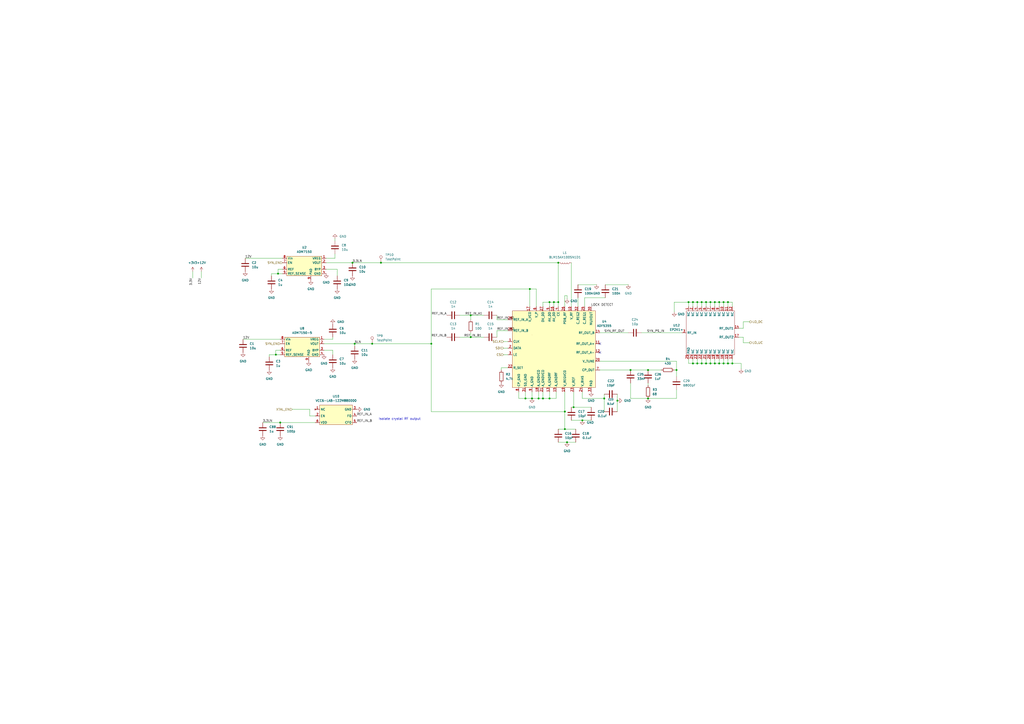
<source format=kicad_sch>
(kicad_sch (version 20211123) (generator eeschema)

  (uuid 152917fd-946f-4b9b-a091-5ef260bbe34f)

  (paper "A2")

  (lib_symbols
    (symbol "ADM7150_1" (in_bom yes) (on_board yes)
      (property "Reference" "U9" (id 0) (at 0 2.54 0)
        (effects (font (size 1.27 1.27)))
      )
      (property "Value" "ADM7150_1" (id 1) (at 0 0 0)
        (effects (font (size 1.27 1.27)))
      )
      (property "Footprint" "S23_16_Library:DFN300X300X80-9N" (id 2) (at 0 0 0)
        (effects (font (size 1.27 1.27)) hide)
      )
      (property "Datasheet" "" (id 3) (at 0 0 0)
        (effects (font (size 1.27 1.27)) hide)
      )
      (symbol "ADM7150_1_0_1"
        (rectangle (start -10.16 -2.54) (end 10.16 -13.97)
          (stroke (width 0) (type default) (color 0 0 0 0))
          (fill (type background))
        )
      )
      (symbol "ADM7150_1_1_1"
        (pin power_in line (at 12.7 -3.81 180) (length 2.54)
          (name "VREG" (effects (font (size 1.27 1.27))))
          (number "1" (effects (font (size 1.27 1.27))))
        )
        (pin power_out line (at 12.7 -6.35 180) (length 2.54)
          (name "VOUT" (effects (font (size 1.27 1.27))))
          (number "2" (effects (font (size 1.27 1.27))))
        )
        (pin unspecified line (at 12.7 -10.16 180) (length 2.54)
          (name "BYP" (effects (font (size 1.27 1.27))))
          (number "3" (effects (font (size 1.27 1.27))))
        )
        (pin power_in line (at 12.7 -12.7 180) (length 2.54)
          (name "GND" (effects (font (size 1.27 1.27))))
          (number "4" (effects (font (size 1.27 1.27))))
        )
        (pin power_out line (at -12.7 -12.7 0) (length 2.54)
          (name "REF_SENSE" (effects (font (size 1.27 1.27))))
          (number "5" (effects (font (size 1.27 1.27))))
        )
        (pin power_out line (at -12.7 -10.16 0) (length 2.54)
          (name "REF" (effects (font (size 1.27 1.27))))
          (number "6" (effects (font (size 1.27 1.27))))
        )
        (pin input line (at -12.7 -6.35 0) (length 2.54)
          (name "EN" (effects (font (size 1.27 1.27))))
          (number "7" (effects (font (size 1.27 1.27))))
        )
        (pin power_in line (at -12.7 -3.81 0) (length 2.54)
          (name "Vin" (effects (font (size 1.27 1.27))))
          (number "8" (effects (font (size 1.27 1.27))))
        )
        (pin power_in line (at 3.81 -16.51 90) (length 2.54)
          (name "PAD" (effects (font (size 1.27 1.27))))
          (number "9" (effects (font (size 1.27 1.27))))
        )
      )
    )
    (symbol "Connector:TestPoint" (pin_numbers hide) (pin_names (offset 0.762) hide) (in_bom yes) (on_board yes)
      (property "Reference" "TP" (id 0) (at 0 6.858 0)
        (effects (font (size 1.27 1.27)))
      )
      (property "Value" "TestPoint" (id 1) (at 0 5.08 0)
        (effects (font (size 1.27 1.27)))
      )
      (property "Footprint" "" (id 2) (at 5.08 0 0)
        (effects (font (size 1.27 1.27)) hide)
      )
      (property "Datasheet" "~" (id 3) (at 5.08 0 0)
        (effects (font (size 1.27 1.27)) hide)
      )
      (property "ki_keywords" "test point tp" (id 4) (at 0 0 0)
        (effects (font (size 1.27 1.27)) hide)
      )
      (property "ki_description" "test point" (id 5) (at 0 0 0)
        (effects (font (size 1.27 1.27)) hide)
      )
      (property "ki_fp_filters" "Pin* Test*" (id 6) (at 0 0 0)
        (effects (font (size 1.27 1.27)) hide)
      )
      (symbol "TestPoint_0_1"
        (circle (center 0 3.302) (radius 0.762)
          (stroke (width 0) (type default) (color 0 0 0 0))
          (fill (type none))
        )
      )
      (symbol "TestPoint_1_1"
        (pin passive line (at 0 0 90) (length 2.54)
          (name "1" (effects (font (size 1.27 1.27))))
          (number "1" (effects (font (size 1.27 1.27))))
        )
      )
    )
    (symbol "Device:C" (pin_numbers hide) (pin_names (offset 0.254)) (in_bom yes) (on_board yes)
      (property "Reference" "C" (id 0) (at 0.635 2.54 0)
        (effects (font (size 1.27 1.27)) (justify left))
      )
      (property "Value" "C" (id 1) (at 0.635 -2.54 0)
        (effects (font (size 1.27 1.27)) (justify left))
      )
      (property "Footprint" "" (id 2) (at 0.9652 -3.81 0)
        (effects (font (size 1.27 1.27)) hide)
      )
      (property "Datasheet" "~" (id 3) (at 0 0 0)
        (effects (font (size 1.27 1.27)) hide)
      )
      (property "ki_keywords" "cap capacitor" (id 4) (at 0 0 0)
        (effects (font (size 1.27 1.27)) hide)
      )
      (property "ki_description" "Unpolarized capacitor" (id 5) (at 0 0 0)
        (effects (font (size 1.27 1.27)) hide)
      )
      (property "ki_fp_filters" "C_*" (id 6) (at 0 0 0)
        (effects (font (size 1.27 1.27)) hide)
      )
      (symbol "C_0_1"
        (polyline
          (pts
            (xy -2.032 -0.762)
            (xy 2.032 -0.762)
          )
          (stroke (width 0.508) (type default) (color 0 0 0 0))
          (fill (type none))
        )
        (polyline
          (pts
            (xy -2.032 0.762)
            (xy 2.032 0.762)
          )
          (stroke (width 0.508) (type default) (color 0 0 0 0))
          (fill (type none))
        )
      )
      (symbol "C_1_1"
        (pin passive line (at 0 3.81 270) (length 2.794)
          (name "~" (effects (font (size 1.27 1.27))))
          (number "1" (effects (font (size 1.27 1.27))))
        )
        (pin passive line (at 0 -3.81 90) (length 2.794)
          (name "~" (effects (font (size 1.27 1.27))))
          (number "2" (effects (font (size 1.27 1.27))))
        )
      )
    )
    (symbol "Device:L" (pin_numbers hide) (pin_names (offset 1.016) hide) (in_bom yes) (on_board yes)
      (property "Reference" "L" (id 0) (at -1.27 0 90)
        (effects (font (size 1.27 1.27)))
      )
      (property "Value" "L" (id 1) (at 1.905 0 90)
        (effects (font (size 1.27 1.27)))
      )
      (property "Footprint" "" (id 2) (at 0 0 0)
        (effects (font (size 1.27 1.27)) hide)
      )
      (property "Datasheet" "~" (id 3) (at 0 0 0)
        (effects (font (size 1.27 1.27)) hide)
      )
      (property "ki_keywords" "inductor choke coil reactor magnetic" (id 4) (at 0 0 0)
        (effects (font (size 1.27 1.27)) hide)
      )
      (property "ki_description" "Inductor" (id 5) (at 0 0 0)
        (effects (font (size 1.27 1.27)) hide)
      )
      (property "ki_fp_filters" "Choke_* *Coil* Inductor_* L_*" (id 6) (at 0 0 0)
        (effects (font (size 1.27 1.27)) hide)
      )
      (symbol "L_0_1"
        (arc (start 0 -2.54) (mid 0.635 -1.905) (end 0 -1.27)
          (stroke (width 0) (type default) (color 0 0 0 0))
          (fill (type none))
        )
        (arc (start 0 -1.27) (mid 0.635 -0.635) (end 0 0)
          (stroke (width 0) (type default) (color 0 0 0 0))
          (fill (type none))
        )
        (arc (start 0 0) (mid 0.635 0.635) (end 0 1.27)
          (stroke (width 0) (type default) (color 0 0 0 0))
          (fill (type none))
        )
        (arc (start 0 1.27) (mid 0.635 1.905) (end 0 2.54)
          (stroke (width 0) (type default) (color 0 0 0 0))
          (fill (type none))
        )
      )
      (symbol "L_1_1"
        (pin passive line (at 0 3.81 270) (length 1.27)
          (name "1" (effects (font (size 1.27 1.27))))
          (number "1" (effects (font (size 1.27 1.27))))
        )
        (pin passive line (at 0 -3.81 90) (length 1.27)
          (name "2" (effects (font (size 1.27 1.27))))
          (number "2" (effects (font (size 1.27 1.27))))
        )
      )
    )
    (symbol "Device:R" (pin_numbers hide) (pin_names (offset 0)) (in_bom yes) (on_board yes)
      (property "Reference" "R" (id 0) (at 2.032 0 90)
        (effects (font (size 1.27 1.27)))
      )
      (property "Value" "R" (id 1) (at 0 0 90)
        (effects (font (size 1.27 1.27)))
      )
      (property "Footprint" "" (id 2) (at -1.778 0 90)
        (effects (font (size 1.27 1.27)) hide)
      )
      (property "Datasheet" "~" (id 3) (at 0 0 0)
        (effects (font (size 1.27 1.27)) hide)
      )
      (property "ki_keywords" "R res resistor" (id 4) (at 0 0 0)
        (effects (font (size 1.27 1.27)) hide)
      )
      (property "ki_description" "Resistor" (id 5) (at 0 0 0)
        (effects (font (size 1.27 1.27)) hide)
      )
      (property "ki_fp_filters" "R_*" (id 6) (at 0 0 0)
        (effects (font (size 1.27 1.27)) hide)
      )
      (symbol "R_0_1"
        (rectangle (start -1.016 -2.54) (end 1.016 2.54)
          (stroke (width 0.254) (type default) (color 0 0 0 0))
          (fill (type none))
        )
      )
      (symbol "R_1_1"
        (pin passive line (at 0 3.81 270) (length 1.27)
          (name "~" (effects (font (size 1.27 1.27))))
          (number "1" (effects (font (size 1.27 1.27))))
        )
        (pin passive line (at 0 -3.81 90) (length 1.27)
          (name "~" (effects (font (size 1.27 1.27))))
          (number "2" (effects (font (size 1.27 1.27))))
        )
      )
    )
    (symbol "EP2K1+_1" (in_bom yes) (on_board yes)
      (property "Reference" "U" (id 0) (at -31.75 17.78 0)
        (effects (font (size 1.27 1.27)))
      )
      (property "Value" "EP2K1+_1" (id 1) (at -26.67 24.13 0)
        (effects (font (size 1.27 1.27)))
      )
      (property "Footprint" "" (id 2) (at 0 -3.81 0)
        (effects (font (size 1.27 1.27)) hide)
      )
      (property "Datasheet" "" (id 3) (at 0 -3.81 0)
        (effects (font (size 1.27 1.27)) hide)
      )
      (symbol "EP2K1+_1_0_1"
        (rectangle (start -13.97 12.7) (end 13.97 -12.7)
          (stroke (width 0) (type default) (color 0 0 0 0))
          (fill (type none))
        )
      )
      (symbol "EP2K1+_1_1_1"
        (pin passive line (at -12.7 15.24 270) (length 2.54)
          (name "NC" (effects (font (size 1.27 1.27))))
          (number "1" (effects (font (size 1.27 1.27))))
        )
        (pin passive line (at 7.62 15.24 270) (length 2.54)
          (name "NC" (effects (font (size 1.27 1.27))))
          (number "10" (effects (font (size 1.27 1.27))))
        )
        (pin passive line (at 10.16 15.24 270) (length 2.54)
          (name "NC" (effects (font (size 1.27 1.27))))
          (number "11" (effects (font (size 1.27 1.27))))
        )
        (pin passive line (at 12.7 15.24 270) (length 2.54)
          (name "NC" (effects (font (size 1.27 1.27))))
          (number "12" (effects (font (size 1.27 1.27))))
        )
        (pin passive line (at 12.7 -15.24 90) (length 2.54)
          (name "NC" (effects (font (size 1.27 1.27))))
          (number "13" (effects (font (size 1.27 1.27))))
        )
        (pin output line (at 16.51 2.54 180) (length 2.54)
          (name "RF_OUT1" (effects (font (size 1.27 1.27))))
          (number "14" (effects (font (size 1.27 1.27))))
        )
        (pin passive line (at 10.16 -15.24 90) (length 2.54)
          (name "NC" (effects (font (size 1.27 1.27))))
          (number "15" (effects (font (size 1.27 1.27))))
        )
        (pin passive line (at 7.62 -15.24 90) (length 2.54)
          (name "NC" (effects (font (size 1.27 1.27))))
          (number "16" (effects (font (size 1.27 1.27))))
        )
        (pin output line (at 16.51 -2.54 180) (length 2.54)
          (name "RF_OUT2" (effects (font (size 1.27 1.27))))
          (number "17" (effects (font (size 1.27 1.27))))
        )
        (pin passive line (at 5.08 -15.24 90) (length 2.54)
          (name "NC" (effects (font (size 1.27 1.27))))
          (number "18" (effects (font (size 1.27 1.27))))
        )
        (pin passive line (at 2.54 -15.24 90) (length 2.54)
          (name "NC" (effects (font (size 1.27 1.27))))
          (number "19" (effects (font (size 1.27 1.27))))
        )
        (pin passive line (at -10.16 15.24 270) (length 2.54)
          (name "NC" (effects (font (size 1.27 1.27))))
          (number "2" (effects (font (size 1.27 1.27))))
        )
        (pin passive line (at 0 -15.24 90) (length 2.54)
          (name "NC" (effects (font (size 1.27 1.27))))
          (number "20" (effects (font (size 1.27 1.27))))
        )
        (pin passive line (at -2.54 -15.24 90) (length 2.54)
          (name "NC" (effects (font (size 1.27 1.27))))
          (number "21" (effects (font (size 1.27 1.27))))
        )
        (pin passive line (at -5.08 -15.24 90) (length 2.54)
          (name "NC" (effects (font (size 1.27 1.27))))
          (number "22" (effects (font (size 1.27 1.27))))
        )
        (pin passive line (at -7.62 -15.24 90) (length 2.54)
          (name "NC" (effects (font (size 1.27 1.27))))
          (number "23" (effects (font (size 1.27 1.27))))
        )
        (pin passive line (at -10.16 -15.24 90) (length 2.54)
          (name "NC" (effects (font (size 1.27 1.27))))
          (number "24" (effects (font (size 1.27 1.27))))
        )
        (pin passive line (at -12.7 -15.24 90) (length 2.54)
          (name "PAD" (effects (font (size 1.27 1.27))))
          (number "25" (effects (font (size 1.27 1.27))))
        )
        (pin input line (at -16.51 0 0) (length 2.54)
          (name "RF_IN" (effects (font (size 1.27 1.27))))
          (number "3" (effects (font (size 1.27 1.27))))
        )
        (pin passive line (at -7.62 15.24 270) (length 2.54)
          (name "NC" (effects (font (size 1.27 1.27))))
          (number "4" (effects (font (size 1.27 1.27))))
        )
        (pin passive line (at -5.08 15.24 270) (length 2.54)
          (name "NC" (effects (font (size 1.27 1.27))))
          (number "5" (effects (font (size 1.27 1.27))))
        )
        (pin passive line (at -2.54 15.24 270) (length 2.54)
          (name "NC" (effects (font (size 1.27 1.27))))
          (number "6" (effects (font (size 1.27 1.27))))
        )
        (pin passive line (at 0 15.24 270) (length 2.54)
          (name "NC" (effects (font (size 1.27 1.27))))
          (number "7" (effects (font (size 1.27 1.27))))
        )
        (pin passive line (at 2.54 15.24 270) (length 2.54)
          (name "NC" (effects (font (size 1.27 1.27))))
          (number "8" (effects (font (size 1.27 1.27))))
        )
        (pin passive line (at 5.08 15.24 270) (length 2.54)
          (name "NC" (effects (font (size 1.27 1.27))))
          (number "9" (effects (font (size 1.27 1.27))))
        )
      )
    )
    (symbol "New_Library:ADF5355" (in_bom yes) (on_board yes)
      (property "Reference" "U11" (id 0) (at 41.91 -13.7412 0)
        (effects (font (size 1.27 1.27)))
      )
      (property "Value" "ADF5355" (id 1) (at 41.91 -16.2812 0)
        (effects (font (size 1.27 1.27)))
      )
      (property "Footprint" "S23_16_Library:ADF5355BCPZ" (id 2) (at 0 0 0)
        (effects (font (size 1.27 1.27)) hide)
      )
      (property "Datasheet" "" (id 3) (at 0 0 0)
        (effects (font (size 1.27 1.27)) hide)
      )
      (symbol "ADF5355_0_1"
        (rectangle (start -11.43 -7.62) (end 36.83 -52.07)
          (stroke (width 0) (type default) (color 0 0 0 0))
          (fill (type background))
        )
        (rectangle (start 0 -21.59) (end 0 -21.59)
          (stroke (width 0) (type default) (color 0 0 0 0))
          (fill (type none))
        )
      )
      (symbol "ADF5355_1_1"
        (pin input line (at -13.97 -25.4 0) (length 2.54)
          (name "CLK" (effects (font (size 1.27 1.27))))
          (number "1" (effects (font (size 1.27 1.27))))
        )
        (pin power_in line (at 22.86 -5.08 270) (length 2.54)
          (name "V_RF" (effects (font (size 1.27 1.27))))
          (number "10" (effects (font (size 1.27 1.27))))
        )
        (pin output line (at 39.37 -26.67 180) (length 2.54)
          (name "RF_OUT_A+" (effects (font (size 1.27 1.27))))
          (number "11" (effects (font (size 1.27 1.27))))
        )
        (pin output line (at 39.37 -31.75 180) (length 2.54)
          (name "RF_OUT_A-" (effects (font (size 1.27 1.27))))
          (number "12" (effects (font (size 1.27 1.27))))
        )
        (pin power_in line (at 10.16 -54.61 90) (length 2.54)
          (name "A_GNDRF" (effects (font (size 1.27 1.27))))
          (number "13" (effects (font (size 1.27 1.27))))
        )
        (pin output line (at 39.37 -20.32 180) (length 2.54)
          (name "RF_OUT_B" (effects (font (size 1.27 1.27))))
          (number "14" (effects (font (size 1.27 1.27))))
        )
        (pin power_in line (at 13.97 -54.61 90) (length 2.54)
          (name "A_GNDRF" (effects (font (size 1.27 1.27))))
          (number "15" (effects (font (size 1.27 1.27))))
        )
        (pin power_in line (at 12.7 -5.08 270) (length 2.54)
          (name "AV_DD" (effects (font (size 1.27 1.27))))
          (number "16" (effects (font (size 1.27 1.27))))
        )
        (pin power_in line (at -1.27 -5.08 270) (length 2.54)
          (name "V_VCO" (effects (font (size 1.27 1.27))))
          (number "17" (effects (font (size 1.27 1.27))))
        )
        (pin power_in line (at 3.81 -54.61 90) (length 2.54)
          (name "A_GNDVCO" (effects (font (size 1.27 1.27))))
          (number "18" (effects (font (size 1.27 1.27))))
        )
        (pin power_in line (at 19.05 -54.61 90) (length 2.54)
          (name "V_REGVCO" (effects (font (size 1.27 1.27))))
          (number "19" (effects (font (size 1.27 1.27))))
        )
        (pin input line (at -13.97 -29.21 0) (length 2.54)
          (name "DATA" (effects (font (size 1.27 1.27))))
          (number "2" (effects (font (size 1.27 1.27))))
        )
        (pin power_in line (at 39.37 -36.83 180) (length 2.54)
          (name "V_TUNE" (effects (font (size 1.27 1.27))))
          (number "20" (effects (font (size 1.27 1.27))))
        )
        (pin power_in line (at 6.35 -54.61 90) (length 2.54)
          (name "A_GNDVCO" (effects (font (size 1.27 1.27))))
          (number "21" (effects (font (size 1.27 1.27))))
        )
        (pin input line (at -13.97 -40.64 0) (length 2.54)
          (name "R_SET" (effects (font (size 1.27 1.27))))
          (number "22" (effects (font (size 1.27 1.27))))
        )
        (pin power_in line (at 24.13 -54.61 90) (length 2.54)
          (name "V_REF" (effects (font (size 1.27 1.27))))
          (number "23" (effects (font (size 1.27 1.27))))
        )
        (pin power_in line (at 29.21 -54.61 90) (length 2.54)
          (name "V_BIAS" (effects (font (size 1.27 1.27))))
          (number "24" (effects (font (size 1.27 1.27))))
        )
        (pin output line (at 30.48 -5.08 270) (length 2.54)
          (name "C_REG1" (effects (font (size 1.27 1.27))))
          (number "25" (effects (font (size 1.27 1.27))))
        )
        (pin power_in line (at 19.05 -5.08 270) (length 2.54)
          (name "PDB_RF" (effects (font (size 1.27 1.27))))
          (number "26" (effects (font (size 1.27 1.27))))
        )
        (pin power_in line (at 6.35 -5.08 270) (length 2.54)
          (name "DV_DD" (effects (font (size 1.27 1.27))))
          (number "27" (effects (font (size 1.27 1.27))))
        )
        (pin input line (at -13.97 -19.05 0) (length 2.54)
          (name "REF_IN_B" (effects (font (size 1.27 1.27))))
          (number "28" (effects (font (size 1.27 1.27))))
        )
        (pin input line (at -13.97 -12.7 0) (length 2.54)
          (name "REF_IN_A" (effects (font (size 1.27 1.27))))
          (number "29" (effects (font (size 1.27 1.27))))
        )
        (pin input line (at -13.97 -33.02 0) (length 2.54)
          (name "LE" (effects (font (size 1.27 1.27))))
          (number "3" (effects (font (size 1.27 1.27))))
        )
        (pin output line (at 34.29 -5.08 270) (length 2.54)
          (name "MUXOUT" (effects (font (size 1.27 1.27))))
          (number "30" (effects (font (size 1.27 1.27))))
        )
        (pin power_in line (at -3.81 -54.61 90) (length 2.54)
          (name "SD_GND" (effects (font (size 1.27 1.27))))
          (number "31" (effects (font (size 1.27 1.27))))
        )
        (pin output line (at 26.67 -5.08 270) (length 2.54)
          (name "C_REG2" (effects (font (size 1.27 1.27))))
          (number "32" (effects (font (size 1.27 1.27))))
        )
        (pin power_in line (at 34.29 -54.61 90) (length 2.54)
          (name "PAD" (effects (font (size 1.27 1.27))))
          (number "33" (effects (font (size 1.27 1.27))))
        )
        (pin power_in line (at 15.24 -5.08 270) (length 2.54)
          (name "CE" (effects (font (size 1.27 1.27))))
          (number "4" (effects (font (size 1.27 1.27))))
        )
        (pin power_in line (at 10.16 -5.08 270) (length 2.54)
          (name "AV_DD" (effects (font (size 1.27 1.27))))
          (number "5" (effects (font (size 1.27 1.27))))
        )
        (pin power_in line (at 2.54 -5.08 270) (length 2.54)
          (name "V_P" (effects (font (size 1.27 1.27))))
          (number "6" (effects (font (size 1.27 1.27))))
        )
        (pin power_out line (at 39.37 -41.91 180) (length 2.54)
          (name "CP_OUT" (effects (font (size 1.27 1.27))))
          (number "7" (effects (font (size 1.27 1.27))))
        )
        (pin power_in line (at -7.62 -54.61 90) (length 2.54)
          (name "CP_GND" (effects (font (size 1.27 1.27))))
          (number "8" (effects (font (size 1.27 1.27))))
        )
        (pin power_in line (at 0 -54.61 90) (length 2.54)
          (name "A_GND" (effects (font (size 1.27 1.27))))
          (number "9" (effects (font (size 1.27 1.27))))
        )
      )
    )
    (symbol "New_Library:VCC6-LAB-122M880000" (in_bom yes) (on_board yes)
      (property "Reference" "U" (id 0) (at 0 0 0)
        (effects (font (size 1.27 1.27)))
      )
      (property "Value" "VCC6-LAB-122M880000" (id 1) (at 0 0 0)
        (effects (font (size 1.27 1.27)))
      )
      (property "Footprint" "" (id 2) (at 0 0 0)
        (effects (font (size 1.27 1.27)) hide)
      )
      (property "Datasheet" "" (id 3) (at 0 0 0)
        (effects (font (size 1.27 1.27)) hide)
      )
      (symbol "VCC6-LAB-122M880000_0_1"
        (rectangle (start -8.89 -2.54) (end 10.16 -13.97)
          (stroke (width 0) (type default) (color 0 0 0 0))
          (fill (type background))
        )
      )
      (symbol "VCC6-LAB-122M880000_1_1"
        (pin no_connect line (at -11.43 -5.08 0) (length 2.54)
          (name "NC" (effects (font (size 1.27 1.27))))
          (number "1" (effects (font (size 1.27 1.27))))
        )
        (pin input line (at -11.43 -8.89 0) (length 2.54)
          (name "EN" (effects (font (size 1.27 1.27))))
          (number "2" (effects (font (size 1.27 1.27))))
        )
        (pin power_in line (at 12.7 -5.08 180) (length 2.54)
          (name "GND" (effects (font (size 1.27 1.27))))
          (number "3" (effects (font (size 1.27 1.27))))
        )
        (pin power_out line (at 12.7 -8.89 180) (length 2.54)
          (name "FO" (effects (font (size 1.27 1.27))))
          (number "4" (effects (font (size 1.27 1.27))))
        )
        (pin power_out line (at 12.7 -12.7 180) (length 2.54)
          (name "CFO" (effects (font (size 1.27 1.27))))
          (number "5" (effects (font (size 1.27 1.27))))
        )
        (pin power_in line (at -11.43 -12.7 0) (length 2.54)
          (name "VDD" (effects (font (size 1.27 1.27))))
          (number "6" (effects (font (size 1.27 1.27))))
        )
      )
    )
    (symbol "power:+12V" (power) (pin_names (offset 0)) (in_bom yes) (on_board yes)
      (property "Reference" "#PWR" (id 0) (at 0 -3.81 0)
        (effects (font (size 1.27 1.27)) hide)
      )
      (property "Value" "+12V" (id 1) (at 0 3.556 0)
        (effects (font (size 1.27 1.27)))
      )
      (property "Footprint" "" (id 2) (at 0 0 0)
        (effects (font (size 1.27 1.27)) hide)
      )
      (property "Datasheet" "" (id 3) (at 0 0 0)
        (effects (font (size 1.27 1.27)) hide)
      )
      (property "ki_keywords" "power-flag" (id 4) (at 0 0 0)
        (effects (font (size 1.27 1.27)) hide)
      )
      (property "ki_description" "Power symbol creates a global label with name \"+12V\"" (id 5) (at 0 0 0)
        (effects (font (size 1.27 1.27)) hide)
      )
      (symbol "+12V_0_1"
        (polyline
          (pts
            (xy -0.762 1.27)
            (xy 0 2.54)
          )
          (stroke (width 0) (type default) (color 0 0 0 0))
          (fill (type none))
        )
        (polyline
          (pts
            (xy 0 0)
            (xy 0 2.54)
          )
          (stroke (width 0) (type default) (color 0 0 0 0))
          (fill (type none))
        )
        (polyline
          (pts
            (xy 0 2.54)
            (xy 0.762 1.27)
          )
          (stroke (width 0) (type default) (color 0 0 0 0))
          (fill (type none))
        )
      )
      (symbol "+12V_1_1"
        (pin power_in line (at 0 0 90) (length 0) hide
          (name "+12V" (effects (font (size 1.27 1.27))))
          (number "1" (effects (font (size 1.27 1.27))))
        )
      )
    )
    (symbol "power:+3V3" (power) (pin_names (offset 0)) (in_bom yes) (on_board yes)
      (property "Reference" "#PWR" (id 0) (at 0 -3.81 0)
        (effects (font (size 1.27 1.27)) hide)
      )
      (property "Value" "+3V3" (id 1) (at 0 3.556 0)
        (effects (font (size 1.27 1.27)))
      )
      (property "Footprint" "" (id 2) (at 0 0 0)
        (effects (font (size 1.27 1.27)) hide)
      )
      (property "Datasheet" "" (id 3) (at 0 0 0)
        (effects (font (size 1.27 1.27)) hide)
      )
      (property "ki_keywords" "power-flag" (id 4) (at 0 0 0)
        (effects (font (size 1.27 1.27)) hide)
      )
      (property "ki_description" "Power symbol creates a global label with name \"+3V3\"" (id 5) (at 0 0 0)
        (effects (font (size 1.27 1.27)) hide)
      )
      (symbol "+3V3_0_1"
        (polyline
          (pts
            (xy -0.762 1.27)
            (xy 0 2.54)
          )
          (stroke (width 0) (type default) (color 0 0 0 0))
          (fill (type none))
        )
        (polyline
          (pts
            (xy 0 0)
            (xy 0 2.54)
          )
          (stroke (width 0) (type default) (color 0 0 0 0))
          (fill (type none))
        )
        (polyline
          (pts
            (xy 0 2.54)
            (xy 0.762 1.27)
          )
          (stroke (width 0) (type default) (color 0 0 0 0))
          (fill (type none))
        )
      )
      (symbol "+3V3_1_1"
        (pin power_in line (at 0 0 90) (length 0) hide
          (name "+3V3" (effects (font (size 1.27 1.27))))
          (number "1" (effects (font (size 1.27 1.27))))
        )
      )
    )
    (symbol "power:GND" (power) (pin_names (offset 0)) (in_bom yes) (on_board yes)
      (property "Reference" "#PWR" (id 0) (at 0 -6.35 0)
        (effects (font (size 1.27 1.27)) hide)
      )
      (property "Value" "GND" (id 1) (at 0 -3.81 0)
        (effects (font (size 1.27 1.27)))
      )
      (property "Footprint" "" (id 2) (at 0 0 0)
        (effects (font (size 1.27 1.27)) hide)
      )
      (property "Datasheet" "" (id 3) (at 0 0 0)
        (effects (font (size 1.27 1.27)) hide)
      )
      (property "ki_keywords" "global power" (id 4) (at 0 0 0)
        (effects (font (size 1.27 1.27)) hide)
      )
      (property "ki_description" "Power symbol creates a global label with name \"GND\" , ground" (id 5) (at 0 0 0)
        (effects (font (size 1.27 1.27)) hide)
      )
      (symbol "GND_0_1"
        (polyline
          (pts
            (xy 0 0)
            (xy 0 -1.27)
            (xy 1.27 -1.27)
            (xy 0 -2.54)
            (xy -1.27 -1.27)
            (xy 0 -1.27)
          )
          (stroke (width 0) (type default) (color 0 0 0 0))
          (fill (type none))
        )
      )
      (symbol "GND_1_1"
        (pin power_in line (at 0 0 270) (length 0) hide
          (name "GND" (effects (font (size 1.27 1.27))))
          (number "1" (effects (font (size 1.27 1.27))))
        )
      )
    )
  )

  (junction (at 160.02 205.74) (diameter 0) (color 0 0 0 0)
    (uuid 0238eab3-4941-4f68-a1a8-a1d04261bdc2)
  )
  (junction (at 220.98 152.4) (diameter 0) (color 0 0 0 0)
    (uuid 047e4737-d808-457d-a57d-829d0b3bafb2)
  )
  (junction (at 412.115 210.82) (diameter 0) (color 0 0 0 0)
    (uuid 0546ae87-547a-4f18-af95-d1107109acd4)
  )
  (junction (at 401.955 210.82) (diameter 0) (color 0 0 0 0)
    (uuid 05d4a594-8cbe-423b-9d8f-7bc3d60471f7)
  )
  (junction (at 273.05 195.58) (diameter 0) (color 0 0 0 0)
    (uuid 0db0bb8e-2f4e-4dc2-8b16-b3aaebe37fbb)
  )
  (junction (at 417.195 175.26) (diameter 0) (color 0 0 0 0)
    (uuid 15765321-2155-4a04-9e4e-4fb931996323)
  )
  (junction (at 399.415 175.26) (diameter 0) (color 0 0 0 0)
    (uuid 182964d4-8fff-4fe3-88a7-1a671103b0ad)
  )
  (junction (at 337.82 243.84) (diameter 0) (color 0 0 0 0)
    (uuid 19b2a16f-4ed6-46b7-9546-73849639eb61)
  )
  (junction (at 318.77 231.14) (diameter 0) (color 0 0 0 0)
    (uuid 28adbb99-3b41-41c1-8b39-3cafae657783)
  )
  (junction (at 273.05 182.88) (diameter 0) (color 0 0 0 0)
    (uuid 30039f42-8eca-4a0a-b83b-03295498ac7b)
  )
  (junction (at 424.815 210.82) (diameter 0) (color 0 0 0 0)
    (uuid 58697045-f5b8-4fdc-a19d-9927850ff3eb)
  )
  (junction (at 419.735 210.82) (diameter 0) (color 0 0 0 0)
    (uuid 5ae89138-ae5d-4f7d-8a9d-61551c95b380)
  )
  (junction (at 404.495 175.26) (diameter 0) (color 0 0 0 0)
    (uuid 66669bae-4e54-4edd-b7db-280ce0d4da99)
  )
  (junction (at 392.43 214.63) (diameter 0) (color 0 0 0 0)
    (uuid 67dcac51-8bb5-4854-b8e7-534850ee0513)
  )
  (junction (at 205.74 199.39) (diameter 0) (color 0 0 0 0)
    (uuid 6a0943f8-3a41-4912-9147-b98cebd9a566)
  )
  (junction (at 308.61 231.14) (diameter 0) (color 0 0 0 0)
    (uuid 6f3f72a1-cfcd-4905-88c0-1eb233e4c2e1)
  )
  (junction (at 307.34 167.64) (diameter 0) (color 0 0 0 0)
    (uuid 76650dff-4038-4e78-9e8e-a8f3eebfceb9)
  )
  (junction (at 327.66 248.92) (diameter 0) (color 0 0 0 0)
    (uuid 77539e70-4bf1-4a8a-80a1-aba684c24780)
  )
  (junction (at 417.195 210.82) (diameter 0) (color 0 0 0 0)
    (uuid 81ee7e98-2114-4e83-8488-1c25359f4afa)
  )
  (junction (at 412.115 175.26) (diameter 0) (color 0 0 0 0)
    (uuid 8c6964e7-8c2d-404e-8109-440b87e74121)
  )
  (junction (at 404.495 210.82) (diameter 0) (color 0 0 0 0)
    (uuid 96f552ef-b90a-4193-9b42-2acc52303495)
  )
  (junction (at 250.19 199.39) (diameter 0) (color 0 0 0 0)
    (uuid a176dd1b-c5a7-44ef-9451-7655487a1efc)
  )
  (junction (at 419.735 175.26) (diameter 0) (color 0 0 0 0)
    (uuid a22bdf64-5a6a-4c0a-b614-9d540b97e5ca)
  )
  (junction (at 409.575 175.26) (diameter 0) (color 0 0 0 0)
    (uuid a234b1ec-c51b-406d-a935-40de4db40c72)
  )
  (junction (at 375.92 214.63) (diameter 0) (color 0 0 0 0)
    (uuid a43efd8c-76f9-44aa-9673-824c28093ac3)
  )
  (junction (at 162.56 245.11) (diameter 0) (color 0 0 0 0)
    (uuid a575e005-276c-43ae-bbdd-8f7d4a17b33f)
  )
  (junction (at 407.035 175.26) (diameter 0) (color 0 0 0 0)
    (uuid aac444b8-09c3-45e3-b9b4-7f5cd60801e9)
  )
  (junction (at 161.29 158.75) (diameter 0) (color 0 0 0 0)
    (uuid adf843e6-05e9-41a2-b988-6b677e5d58aa)
  )
  (junction (at 328.93 256.54) (diameter 0) (color 0 0 0 0)
    (uuid b111168c-9013-49cf-92f1-d615b37e5783)
  )
  (junction (at 332.74 236.22) (diameter 0) (color 0 0 0 0)
    (uuid b1b445e7-83db-4624-8ed1-4a8bdc765cd2)
  )
  (junction (at 365.76 214.63) (diameter 0) (color 0 0 0 0)
    (uuid b1ea1398-3c0d-47e9-9905-ae5ff8d1fde5)
  )
  (junction (at 215.9 199.39) (diameter 0) (color 0 0 0 0)
    (uuid b6a959d3-9066-496f-8f88-b93cd4a104ca)
  )
  (junction (at 407.035 210.82) (diameter 0) (color 0 0 0 0)
    (uuid b9fb9300-c0a3-4a80-b81f-1506f36cbf71)
  )
  (junction (at 312.42 231.14) (diameter 0) (color 0 0 0 0)
    (uuid bb783bd1-d28a-400b-8581-9fdc84dc5a08)
  )
  (junction (at 414.655 175.26) (diameter 0) (color 0 0 0 0)
    (uuid bd513f26-592a-48d7-8981-938ed584da03)
  )
  (junction (at 327.66 238.76) (diameter 0) (color 0 0 0 0)
    (uuid c75f38fe-9032-49fd-9f46-131d9feca441)
  )
  (junction (at 414.655 210.82) (diameter 0) (color 0 0 0 0)
    (uuid c93a1319-8907-4b92-b13e-0c49e7cf2930)
  )
  (junction (at 314.96 231.14) (diameter 0) (color 0 0 0 0)
    (uuid cbfb5d9e-cf5c-449e-94f9-9e16a15c5ad3)
  )
  (junction (at 375.92 231.14) (diameter 0) (color 0 0 0 0)
    (uuid cd0fbe9c-ecf6-4d77-aa45-fe6b7d4307e7)
  )
  (junction (at 304.8 231.14) (diameter 0) (color 0 0 0 0)
    (uuid d0758ec9-d5f1-4452-9ceb-049d17ceffb9)
  )
  (junction (at 358.14 232.41) (diameter 0) (color 0 0 0 0)
    (uuid d8577674-dd80-4985-b3da-de7cae87211f)
  )
  (junction (at 323.85 152.4) (diameter 0) (color 0 0 0 0)
    (uuid d89bb5a1-142a-49a2-a8bb-90b657300cef)
  )
  (junction (at 323.85 175.26) (diameter 0) (color 0 0 0 0)
    (uuid dae63132-bc37-4478-b30b-f08352b14234)
  )
  (junction (at 204.47 152.4) (diameter 0) (color 0 0 0 0)
    (uuid db258811-c7d7-417d-96c2-b4f2249c19e2)
  )
  (junction (at 422.275 210.82) (diameter 0) (color 0 0 0 0)
    (uuid df50a75e-68f6-409a-bcfe-5f70b3969f74)
  )
  (junction (at 350.52 231.14) (diameter 0) (color 0 0 0 0)
    (uuid ec6d683f-ae3c-4f99-a789-f6b0e8a51ce5)
  )
  (junction (at 401.955 175.26) (diameter 0) (color 0 0 0 0)
    (uuid ee71d4e7-0e60-49d1-8791-c8b9a08e291c)
  )
  (junction (at 318.77 175.26) (diameter 0) (color 0 0 0 0)
    (uuid fad11567-da53-49c6-98a2-2c2021fbdbc8)
  )
  (junction (at 422.275 175.26) (diameter 0) (color 0 0 0 0)
    (uuid fb1744ed-6400-4305-92c3-055b9e8b6c8d)
  )
  (junction (at 321.31 175.26) (diameter 0) (color 0 0 0 0)
    (uuid fce7515e-4d1d-4dcb-82df-4623fd280130)
  )
  (junction (at 409.575 210.82) (diameter 0) (color 0 0 0 0)
    (uuid fd2ea8fd-df15-4ed7-b7fa-2ddcc5663116)
  )

  (no_connect (at 347.98 204.47) (uuid 2d2b8603-f4b0-4086-a014-ca678370f9fb))
  (no_connect (at 347.98 199.39) (uuid 66b827ed-f2e5-4f91-a272-54c455955b39))

  (wire (pts (xy 288.29 191.77) (xy 288.29 195.58))
    (stroke (width 0) (type default) (color 0 0 0 0))
    (uuid 02127c19-4073-4e5d-81a3-dd1ec8e6795d)
  )
  (wire (pts (xy 327.66 171.45) (xy 328.93 171.45))
    (stroke (width 0) (type default) (color 0 0 0 0))
    (uuid 02d8313c-ef25-4c9f-bf04-8676c62eda0d)
  )
  (wire (pts (xy 327.66 238.76) (xy 327.66 248.92))
    (stroke (width 0) (type default) (color 0 0 0 0))
    (uuid 02ee04fe-ba75-4fa3-b7f1-e7852f80819e)
  )
  (wire (pts (xy 288.29 185.42) (xy 288.29 182.88))
    (stroke (width 0) (type default) (color 0 0 0 0))
    (uuid 060279d0-6ec4-4eb4-b7e3-89c834661096)
  )
  (wire (pts (xy 431.165 190.5) (xy 431.165 186.69))
    (stroke (width 0) (type default) (color 0 0 0 0))
    (uuid 0699a29f-1d1e-4757-adfb-9411bf6a8e60)
  )
  (wire (pts (xy 163.83 156.21) (xy 161.29 156.21))
    (stroke (width 0) (type default) (color 0 0 0 0))
    (uuid 07bb9966-dc11-42da-a780-67089a5f39fa)
  )
  (wire (pts (xy 417.195 210.82) (xy 419.735 210.82))
    (stroke (width 0) (type default) (color 0 0 0 0))
    (uuid 0a130340-47a2-4260-8bbe-1fe97cc7f794)
  )
  (wire (pts (xy 322.58 231.14) (xy 318.77 231.14))
    (stroke (width 0) (type default) (color 0 0 0 0))
    (uuid 0c0b5751-8ca5-4360-881e-24301ed0daf9)
  )
  (wire (pts (xy 162.56 205.74) (xy 160.02 205.74))
    (stroke (width 0) (type default) (color 0 0 0 0))
    (uuid 0c60ca71-115b-4fe8-8b6e-4f15cb1f4bdc)
  )
  (wire (pts (xy 412.115 210.82) (xy 414.655 210.82))
    (stroke (width 0) (type default) (color 0 0 0 0))
    (uuid 0d0a14e2-3481-4a4d-a140-3f169b7c7d3d)
  )
  (wire (pts (xy 331.47 243.84) (xy 337.82 243.84))
    (stroke (width 0) (type default) (color 0 0 0 0))
    (uuid 0efd5bc1-3e97-436e-9c9a-3dfa48b8e95c)
  )
  (wire (pts (xy 364.49 165.1) (xy 351.155 165.1))
    (stroke (width 0) (type default) (color 0 0 0 0))
    (uuid 10935af3-4fa8-4d23-93f9-62767f21e1c2)
  )
  (wire (pts (xy 399.415 208.28) (xy 399.415 210.82))
    (stroke (width 0) (type default) (color 0 0 0 0))
    (uuid 11294858-7ff0-4f73-97cd-b0b87481a114)
  )
  (wire (pts (xy 294.64 185.42) (xy 288.29 185.42))
    (stroke (width 0) (type default) (color 0 0 0 0))
    (uuid 125f3bee-e93b-4a2b-b7c4-4c976022147d)
  )
  (wire (pts (xy 323.85 256.54) (xy 328.93 256.54))
    (stroke (width 0) (type default) (color 0 0 0 0))
    (uuid 133a0b34-beeb-4445-a1c6-f7f090e9c459)
  )
  (wire (pts (xy 431.165 186.69) (xy 434.975 186.69))
    (stroke (width 0) (type default) (color 0 0 0 0))
    (uuid 1969e9cc-f3fe-4e9c-b1e0-aa92428ae553)
  )
  (wire (pts (xy 332.74 227.33) (xy 332.74 236.22))
    (stroke (width 0) (type default) (color 0 0 0 0))
    (uuid 197cced0-f479-4afd-8114-91d702632b8a)
  )
  (wire (pts (xy 414.655 175.26) (xy 412.115 175.26))
    (stroke (width 0) (type default) (color 0 0 0 0))
    (uuid 1a11350d-97aa-4445-8b48-9ca80581f588)
  )
  (wire (pts (xy 339.09 172.72) (xy 351.155 172.72))
    (stroke (width 0) (type default) (color 0 0 0 0))
    (uuid 1b3b4294-2575-400e-870a-8d1386b975a1)
  )
  (wire (pts (xy 318.77 175.26) (xy 321.31 175.26))
    (stroke (width 0) (type default) (color 0 0 0 0))
    (uuid 1b814b9d-a243-483b-9f54-3cdb93738f23)
  )
  (wire (pts (xy 162.56 203.2) (xy 160.02 203.2))
    (stroke (width 0) (type default) (color 0 0 0 0))
    (uuid 1ba3f83f-5eaa-48ef-b4af-c0b27810349e)
  )
  (wire (pts (xy 327.66 248.92) (xy 334.01 248.92))
    (stroke (width 0) (type default) (color 0 0 0 0))
    (uuid 1c318bd6-ebc0-4224-bbf6-ec167b29a809)
  )
  (wire (pts (xy 412.115 177.8) (xy 412.115 175.26))
    (stroke (width 0) (type default) (color 0 0 0 0))
    (uuid 1d7d9c68-1768-46b1-9f4c-fce5a6ba5507)
  )
  (wire (pts (xy 187.96 203.2) (xy 193.04 203.2))
    (stroke (width 0) (type default) (color 0 0 0 0))
    (uuid 1e4f77fa-9fe8-4024-9c24-bd68acd87cbf)
  )
  (wire (pts (xy 292.1 198.12) (xy 294.64 198.12))
    (stroke (width 0) (type default) (color 0 0 0 0))
    (uuid 1eb007ff-dd3e-455a-9924-d657eacef12b)
  )
  (wire (pts (xy 391.16 214.63) (xy 392.43 214.63))
    (stroke (width 0) (type default) (color 0 0 0 0))
    (uuid 231b3aaf-f2d3-4d02-a722-81f8a3ef20c7)
  )
  (wire (pts (xy 347.98 209.55) (xy 392.43 209.55))
    (stroke (width 0) (type default) (color 0 0 0 0))
    (uuid 247c2dee-a2c6-4e29-bd2c-9519439c843a)
  )
  (wire (pts (xy 431.165 198.755) (xy 434.975 198.755))
    (stroke (width 0) (type default) (color 0 0 0 0))
    (uuid 27003d82-9ba5-47d4-9a75-796ef8c5e3c9)
  )
  (wire (pts (xy 401.955 208.28) (xy 401.955 210.82))
    (stroke (width 0) (type default) (color 0 0 0 0))
    (uuid 29d62914-9d83-40af-b2bf-07778bd7c93e)
  )
  (wire (pts (xy 250.19 167.64) (xy 250.19 199.39))
    (stroke (width 0) (type default) (color 0 0 0 0))
    (uuid 2cd2ed00-6784-4027-b1ac-9c0d923d21a7)
  )
  (wire (pts (xy 404.495 210.82) (xy 407.035 210.82))
    (stroke (width 0) (type default) (color 0 0 0 0))
    (uuid 2d838b71-9926-4536-ad68-af0e433cef18)
  )
  (wire (pts (xy 350.52 228.6) (xy 350.52 231.14))
    (stroke (width 0) (type default) (color 0 0 0 0))
    (uuid 314b020e-176d-4b9d-b269-a36a6387f4f1)
  )
  (wire (pts (xy 401.955 210.82) (xy 404.495 210.82))
    (stroke (width 0) (type default) (color 0 0 0 0))
    (uuid 3160d863-4d36-461f-bd0e-693d3125de57)
  )
  (wire (pts (xy 157.48 158.75) (xy 157.48 160.02))
    (stroke (width 0) (type default) (color 0 0 0 0))
    (uuid 31823536-51ab-4490-838a-9d8a6c6c0784)
  )
  (wire (pts (xy 292.1 201.93) (xy 294.64 201.93))
    (stroke (width 0) (type default) (color 0 0 0 0))
    (uuid 34c9452d-18c8-42b5-a569-8a7459900599)
  )
  (wire (pts (xy 156.21 205.74) (xy 156.21 207.01))
    (stroke (width 0) (type default) (color 0 0 0 0))
    (uuid 3663a193-774e-4a40-869a-d7a7196273e8)
  )
  (wire (pts (xy 331.47 236.22) (xy 332.74 236.22))
    (stroke (width 0) (type default) (color 0 0 0 0))
    (uuid 3706331c-697e-4272-abc0-3a30d768e176)
  )
  (wire (pts (xy 294.64 191.77) (xy 288.29 191.77))
    (stroke (width 0) (type default) (color 0 0 0 0))
    (uuid 3747d9e6-9571-4c0b-bb2c-36d62afa2ace)
  )
  (wire (pts (xy 391.16 175.26) (xy 399.415 175.26))
    (stroke (width 0) (type default) (color 0 0 0 0))
    (uuid 3816246a-f439-41ab-a82d-30205f55ff95)
  )
  (wire (pts (xy 365.76 214.63) (xy 375.92 214.63))
    (stroke (width 0) (type default) (color 0 0 0 0))
    (uuid 3ba08cc6-fda6-433f-a892-5b6389a4ec3b)
  )
  (wire (pts (xy 307.34 167.64) (xy 307.34 177.8))
    (stroke (width 0) (type default) (color 0 0 0 0))
    (uuid 3d391e36-c888-4d47-9efb-c4e0cb235a2c)
  )
  (wire (pts (xy 312.42 227.33) (xy 312.42 231.14))
    (stroke (width 0) (type default) (color 0 0 0 0))
    (uuid 42519034-22d5-4ccb-99ce-d5e3251543b6)
  )
  (wire (pts (xy 314.96 227.33) (xy 314.96 231.14))
    (stroke (width 0) (type default) (color 0 0 0 0))
    (uuid 428731ec-b342-4a6e-87dd-01e9c73e49d9)
  )
  (wire (pts (xy 404.495 208.28) (xy 404.495 210.82))
    (stroke (width 0) (type default) (color 0 0 0 0))
    (uuid 43d99696-3cd9-4b7d-9d3f-4c798ee55fc0)
  )
  (wire (pts (xy 179.705 241.3) (xy 182.88 241.3))
    (stroke (width 0) (type default) (color 0 0 0 0))
    (uuid 448c2cac-f0fd-468c-b491-ba21b86f256c)
  )
  (wire (pts (xy 140.97 196.85) (xy 162.56 196.85))
    (stroke (width 0) (type default) (color 0 0 0 0))
    (uuid 45b9492a-8d55-44b3-9be8-c40fa6799138)
  )
  (wire (pts (xy 250.19 238.76) (xy 327.66 238.76))
    (stroke (width 0) (type default) (color 0 0 0 0))
    (uuid 47efc55c-468f-492a-b56a-73f6caac042e)
  )
  (wire (pts (xy 429.895 213.995) (xy 429.895 210.82))
    (stroke (width 0) (type default) (color 0 0 0 0))
    (uuid 4e21117d-87d4-4008-9937-8961a9a05407)
  )
  (wire (pts (xy 327.66 227.33) (xy 327.66 238.76))
    (stroke (width 0) (type default) (color 0 0 0 0))
    (uuid 4eabef23-deff-48e7-9229-e4a52cbd7b20)
  )
  (wire (pts (xy 322.58 227.33) (xy 322.58 231.14))
    (stroke (width 0) (type default) (color 0 0 0 0))
    (uuid 538c7b54-82dc-472e-989b-9678a2282f47)
  )
  (wire (pts (xy 314.96 177.8) (xy 314.96 175.26))
    (stroke (width 0) (type default) (color 0 0 0 0))
    (uuid 55ae1aca-b2d0-42d8-beba-0f7ca01697ec)
  )
  (wire (pts (xy 428.625 190.5) (xy 431.165 190.5))
    (stroke (width 0) (type default) (color 0 0 0 0))
    (uuid 56098c76-fc7d-4899-9d7b-15fb93220621)
  )
  (wire (pts (xy 431.165 195.58) (xy 431.165 198.755))
    (stroke (width 0) (type default) (color 0 0 0 0))
    (uuid 56551f46-71bf-4956-95a7-7d8267a4670e)
  )
  (wire (pts (xy 358.14 228.6) (xy 358.14 232.41))
    (stroke (width 0) (type default) (color 0 0 0 0))
    (uuid 5761b24c-86c3-42b1-8f88-8f64ec804d75)
  )
  (wire (pts (xy 392.43 209.55) (xy 392.43 214.63))
    (stroke (width 0) (type default) (color 0 0 0 0))
    (uuid 5a9077b1-ea4b-40eb-9ff5-4819dd316bd7)
  )
  (wire (pts (xy 328.93 171.45) (xy 328.93 173.355))
    (stroke (width 0) (type default) (color 0 0 0 0))
    (uuid 5b9ab4c6-e9df-4998-9fd1-45ccae532923)
  )
  (wire (pts (xy 392.43 226.06) (xy 392.43 231.14))
    (stroke (width 0) (type default) (color 0 0 0 0))
    (uuid 5ca8942a-2ee0-41e7-a8c0-6511a844428b)
  )
  (wire (pts (xy 193.04 203.2) (xy 193.04 205.74))
    (stroke (width 0) (type default) (color 0 0 0 0))
    (uuid 5f88a306-98ce-45e5-9140-809d45118d24)
  )
  (wire (pts (xy 321.31 175.26) (xy 323.85 175.26))
    (stroke (width 0) (type default) (color 0 0 0 0))
    (uuid 5fbcc615-dbd9-4950-9d0a-3af264336c84)
  )
  (wire (pts (xy 412.115 175.26) (xy 409.575 175.26))
    (stroke (width 0) (type default) (color 0 0 0 0))
    (uuid 6052cc8e-8bb5-46f5-8e87-a389d6b3aaf5)
  )
  (wire (pts (xy 314.96 231.14) (xy 312.42 231.14))
    (stroke (width 0) (type default) (color 0 0 0 0))
    (uuid 60eb4e94-451d-4509-9a7e-755ecfb046c6)
  )
  (wire (pts (xy 419.735 210.82) (xy 422.275 210.82))
    (stroke (width 0) (type default) (color 0 0 0 0))
    (uuid 60fa52ba-2ee2-4e63-9804-62cbc56793d3)
  )
  (wire (pts (xy 346.075 165.1) (xy 335.28 165.1))
    (stroke (width 0) (type default) (color 0 0 0 0))
    (uuid 63f8453d-52a1-450d-aaea-b3a2f853ea85)
  )
  (wire (pts (xy 372.11 193.04) (xy 395.605 193.04))
    (stroke (width 0) (type default) (color 0 0 0 0))
    (uuid 643a9e51-42f7-4a59-9885-9b13884c4531)
  )
  (wire (pts (xy 318.77 227.33) (xy 318.77 231.14))
    (stroke (width 0) (type default) (color 0 0 0 0))
    (uuid 68db3fd5-cd14-472f-a8ba-a5e9ae215a91)
  )
  (wire (pts (xy 422.275 210.82) (xy 424.815 210.82))
    (stroke (width 0) (type default) (color 0 0 0 0))
    (uuid 69762c9a-43d1-499e-9374-b912bdcac617)
  )
  (wire (pts (xy 311.15 177.8) (xy 311.15 167.64))
    (stroke (width 0) (type default) (color 0 0 0 0))
    (uuid 69f421e0-f45f-4703-aeab-78000ececbd2)
  )
  (wire (pts (xy 331.47 177.8) (xy 331.47 152.4))
    (stroke (width 0) (type default) (color 0 0 0 0))
    (uuid 6b8890e6-9328-40ae-b46d-b04d43a5f74f)
  )
  (wire (pts (xy 194.31 138.43) (xy 194.31 139.7))
    (stroke (width 0) (type default) (color 0 0 0 0))
    (uuid 6c125d35-93c8-494d-a9dc-5e941e7d9de6)
  )
  (wire (pts (xy 417.195 177.8) (xy 417.195 175.26))
    (stroke (width 0) (type default) (color 0 0 0 0))
    (uuid 6d611e56-f873-4ef1-81cb-cdae3e780486)
  )
  (wire (pts (xy 162.56 245.11) (xy 182.88 245.11))
    (stroke (width 0) (type default) (color 0 0 0 0))
    (uuid 6de807e0-e8ee-4e4e-9db2-abe4f79fe60f)
  )
  (wire (pts (xy 401.955 175.26) (xy 399.415 175.26))
    (stroke (width 0) (type default) (color 0 0 0 0))
    (uuid 6f239cd8-3c35-4d05-a388-22d7b4dae5fd)
  )
  (wire (pts (xy 375.92 214.63) (xy 383.54 214.63))
    (stroke (width 0) (type default) (color 0 0 0 0))
    (uuid 7159693f-03c4-4e60-94af-699b0bbfb661)
  )
  (wire (pts (xy 407.035 208.28) (xy 407.035 210.82))
    (stroke (width 0) (type default) (color 0 0 0 0))
    (uuid 7755c15f-8ee8-46b8-bdc2-e357f7c760a3)
  )
  (wire (pts (xy 429.895 210.82) (xy 424.815 210.82))
    (stroke (width 0) (type default) (color 0 0 0 0))
    (uuid 776089ca-33d3-4bfc-a2bf-4613a350b597)
  )
  (wire (pts (xy 266.7 182.88) (xy 273.05 182.88))
    (stroke (width 0) (type default) (color 0 0 0 0))
    (uuid 77630be6-8939-47b3-850f-b5d1a83c2c4b)
  )
  (wire (pts (xy 332.74 236.22) (xy 342.9 236.22))
    (stroke (width 0) (type default) (color 0 0 0 0))
    (uuid 79eab8ba-134c-46d3-b296-da0a83adfcfe)
  )
  (wire (pts (xy 328.93 256.54) (xy 334.01 256.54))
    (stroke (width 0) (type default) (color 0 0 0 0))
    (uuid 7a26ee02-7aea-4aa5-8e53-04fe234dc812)
  )
  (wire (pts (xy 337.82 243.84) (xy 342.9 243.84))
    (stroke (width 0) (type default) (color 0 0 0 0))
    (uuid 7b3a7942-bab7-431a-9635-989b959134c3)
  )
  (wire (pts (xy 401.955 177.8) (xy 401.955 175.26))
    (stroke (width 0) (type default) (color 0 0 0 0))
    (uuid 7d4eec5f-f071-4087-8b29-ae624afa08f0)
  )
  (wire (pts (xy 327.66 177.8) (xy 327.66 171.45))
    (stroke (width 0) (type default) (color 0 0 0 0))
    (uuid 7de18686-ad53-40ad-9c33-75868004cb6d)
  )
  (wire (pts (xy 409.575 175.26) (xy 407.035 175.26))
    (stroke (width 0) (type default) (color 0 0 0 0))
    (uuid 7f7bf00d-cb99-4d73-901c-deaa5af8ff21)
  )
  (wire (pts (xy 161.29 158.75) (xy 157.48 158.75))
    (stroke (width 0) (type default) (color 0 0 0 0))
    (uuid 7fd3946e-2a19-4ee2-afd8-8f45ebaf1b07)
  )
  (wire (pts (xy 409.575 208.28) (xy 409.575 210.82))
    (stroke (width 0) (type default) (color 0 0 0 0))
    (uuid 81c87cf8-6f43-4a8b-8e6b-36bf9e37441e)
  )
  (wire (pts (xy 414.655 210.82) (xy 417.195 210.82))
    (stroke (width 0) (type default) (color 0 0 0 0))
    (uuid 869c310e-0be5-4bf4-97ca-9a7f1ff0a2bc)
  )
  (wire (pts (xy 189.23 149.86) (xy 194.31 149.86))
    (stroke (width 0) (type default) (color 0 0 0 0))
    (uuid 8704fd01-aa50-408c-b971-8b0f51b65db5)
  )
  (wire (pts (xy 422.275 208.28) (xy 422.275 210.82))
    (stroke (width 0) (type default) (color 0 0 0 0))
    (uuid 870eb79d-80ef-4fca-a2ac-9e82ac0b9fee)
  )
  (wire (pts (xy 160.02 203.2) (xy 160.02 205.74))
    (stroke (width 0) (type default) (color 0 0 0 0))
    (uuid 8ac90bfd-d616-4f1f-8533-f04caaea7b37)
  )
  (wire (pts (xy 312.42 231.14) (xy 308.61 231.14))
    (stroke (width 0) (type default) (color 0 0 0 0))
    (uuid 8d1f6001-8cbd-4b2e-825a-87485f40b367)
  )
  (wire (pts (xy 161.29 156.21) (xy 161.29 158.75))
    (stroke (width 0) (type default) (color 0 0 0 0))
    (uuid 8dcd645e-548d-49cd-90d1-908eef0079f4)
  )
  (wire (pts (xy 358.14 232.41) (xy 358.14 238.76))
    (stroke (width 0) (type default) (color 0 0 0 0))
    (uuid 8f474918-4183-4347-a5dd-0a98d13465f7)
  )
  (wire (pts (xy 304.8 227.33) (xy 304.8 231.14))
    (stroke (width 0) (type default) (color 0 0 0 0))
    (uuid 8fa14d52-9620-4bff-9f10-9be84692d307)
  )
  (wire (pts (xy 407.035 175.26) (xy 404.495 175.26))
    (stroke (width 0) (type default) (color 0 0 0 0))
    (uuid 9171db1c-43c5-48c5-967a-0028827f5c45)
  )
  (wire (pts (xy 424.815 177.8) (xy 424.815 175.26))
    (stroke (width 0) (type default) (color 0 0 0 0))
    (uuid 91b8e889-fdb5-4737-9794-ee985fdde5ee)
  )
  (wire (pts (xy 163.83 158.75) (xy 161.29 158.75))
    (stroke (width 0) (type default) (color 0 0 0 0))
    (uuid 91c66455-a716-4d63-bf39-3da12ca4705c)
  )
  (wire (pts (xy 292.1 205.74) (xy 294.64 205.74))
    (stroke (width 0) (type default) (color 0 0 0 0))
    (uuid 9236a53c-6c1c-47d4-8a47-4904d7aee23b)
  )
  (wire (pts (xy 365.76 222.25) (xy 365.76 231.14))
    (stroke (width 0) (type default) (color 0 0 0 0))
    (uuid 93e9816f-614a-44a6-b8f1-fbc691e855ed)
  )
  (wire (pts (xy 323.85 175.26) (xy 323.85 152.4))
    (stroke (width 0) (type default) (color 0 0 0 0))
    (uuid 93f342ec-d881-40c3-9053-55182b69fb1a)
  )
  (wire (pts (xy 314.96 175.26) (xy 318.77 175.26))
    (stroke (width 0) (type default) (color 0 0 0 0))
    (uuid 9584df9c-3a47-4ead-bb2a-287c127fc860)
  )
  (wire (pts (xy 419.735 175.26) (xy 417.195 175.26))
    (stroke (width 0) (type default) (color 0 0 0 0))
    (uuid 98743fd0-b55a-490a-99e5-99baeb35141f)
  )
  (wire (pts (xy 193.04 196.85) (xy 193.04 195.58))
    (stroke (width 0) (type default) (color 0 0 0 0))
    (uuid 9a620b2a-0efc-47ae-b8be-c8e94fc04bfe)
  )
  (wire (pts (xy 311.15 167.64) (xy 307.34 167.64))
    (stroke (width 0) (type default) (color 0 0 0 0))
    (uuid 9ad0f32e-8dc9-46cc-a770-ffb3cddd227a)
  )
  (wire (pts (xy 205.74 199.39) (xy 205.74 200.66))
    (stroke (width 0) (type default) (color 0 0 0 0))
    (uuid 9bb44887-fc28-4d92-9332-614f139c9b55)
  )
  (wire (pts (xy 399.415 175.26) (xy 399.415 177.8))
    (stroke (width 0) (type default) (color 0 0 0 0))
    (uuid 9d84f01e-0ce8-421a-a60a-3703d58b7ba9)
  )
  (wire (pts (xy 350.52 231.14) (xy 350.52 238.76))
    (stroke (width 0) (type default) (color 0 0 0 0))
    (uuid a01209c8-2a52-48ab-be24-6fc9349d04a5)
  )
  (wire (pts (xy 179.705 237.49) (xy 179.705 241.3))
    (stroke (width 0) (type default) (color 0 0 0 0))
    (uuid a054a3ab-819a-4f10-b09b-9c968367c4e3)
  )
  (wire (pts (xy 392.43 214.63) (xy 392.43 218.44))
    (stroke (width 0) (type default) (color 0 0 0 0))
    (uuid a1940212-586c-4207-abbe-f34559b7a5fe)
  )
  (wire (pts (xy 321.31 175.26) (xy 321.31 177.8))
    (stroke (width 0) (type default) (color 0 0 0 0))
    (uuid a27090a1-89b2-4dd7-ac34-3065c5f8eae8)
  )
  (wire (pts (xy 391.16 180.975) (xy 391.16 175.26))
    (stroke (width 0) (type default) (color 0 0 0 0))
    (uuid a4cd388f-a598-4421-a589-590a3a7c3c6c)
  )
  (wire (pts (xy 419.735 208.28) (xy 419.735 210.82))
    (stroke (width 0) (type default) (color 0 0 0 0))
    (uuid a5e99162-ed71-4638-bf0f-44975149908d)
  )
  (wire (pts (xy 392.43 231.14) (xy 375.92 231.14))
    (stroke (width 0) (type default) (color 0 0 0 0))
    (uuid a6f13da5-55f2-43cf-99e2-74b9c3d9013e)
  )
  (wire (pts (xy 195.58 156.21) (xy 195.58 160.02))
    (stroke (width 0) (type default) (color 0 0 0 0))
    (uuid a84fc383-6297-42c6-8c35-c7e80a4f09d3)
  )
  (wire (pts (xy 220.98 152.4) (xy 204.47 152.4))
    (stroke (width 0) (type default) (color 0 0 0 0))
    (uuid a93b4e49-8fb2-4a8c-bf3e-71c99bdbb097)
  )
  (wire (pts (xy 116.84 157.48) (xy 116.84 161.29))
    (stroke (width 0) (type default) (color 0 0 0 0))
    (uuid af221dad-2568-453b-ad3c-689ec6ea70f5)
  )
  (wire (pts (xy 323.85 175.26) (xy 323.85 177.8))
    (stroke (width 0) (type default) (color 0 0 0 0))
    (uuid b4a3093f-36ec-4219-9db1-4494726fcf62)
  )
  (wire (pts (xy 412.115 208.28) (xy 412.115 210.82))
    (stroke (width 0) (type default) (color 0 0 0 0))
    (uuid b4d0d81a-ef35-415b-b1b8-93fa230875e9)
  )
  (wire (pts (xy 250.19 199.39) (xy 250.19 238.76))
    (stroke (width 0) (type default) (color 0 0 0 0))
    (uuid bc46aff4-8046-4039-85fb-4065943107f1)
  )
  (wire (pts (xy 417.195 208.28) (xy 417.195 210.82))
    (stroke (width 0) (type default) (color 0 0 0 0))
    (uuid c110c7ca-d3ac-43df-b683-3fb66f49888e)
  )
  (wire (pts (xy 375.92 222.25) (xy 375.92 223.52))
    (stroke (width 0) (type default) (color 0 0 0 0))
    (uuid c2a7925c-ec5b-4c3c-891a-a81750ce786b)
  )
  (wire (pts (xy 414.655 208.28) (xy 414.655 210.82))
    (stroke (width 0) (type default) (color 0 0 0 0))
    (uuid c2d44f58-9e9e-4d90-8db8-b0f3faf6f957)
  )
  (wire (pts (xy 347.98 214.63) (xy 365.76 214.63))
    (stroke (width 0) (type default) (color 0 0 0 0))
    (uuid c2f816e8-f84c-4464-bbd4-6ad679633440)
  )
  (wire (pts (xy 323.85 248.92) (xy 327.66 248.92))
    (stroke (width 0) (type default) (color 0 0 0 0))
    (uuid c49f8208-0b09-42f6-8ff2-f169f765be84)
  )
  (wire (pts (xy 409.575 177.8) (xy 409.575 175.26))
    (stroke (width 0) (type default) (color 0 0 0 0))
    (uuid c563ec28-774b-4659-a610-b67507b0690b)
  )
  (wire (pts (xy 399.415 210.82) (xy 401.955 210.82))
    (stroke (width 0) (type default) (color 0 0 0 0))
    (uuid c626ca33-9ad8-4e20-8921-2427a1d8a65b)
  )
  (wire (pts (xy 187.96 196.85) (xy 193.04 196.85))
    (stroke (width 0) (type default) (color 0 0 0 0))
    (uuid c7537520-a719-4203-a31f-97e5545a5699)
  )
  (wire (pts (xy 160.02 205.74) (xy 156.21 205.74))
    (stroke (width 0) (type default) (color 0 0 0 0))
    (uuid c7d3b3fa-346f-4619-9736-87168b00ecff)
  )
  (wire (pts (xy 417.195 175.26) (xy 414.655 175.26))
    (stroke (width 0) (type default) (color 0 0 0 0))
    (uuid c8148a0e-f8d6-45f4-b4b2-8b3465cc84ad)
  )
  (wire (pts (xy 407.035 177.8) (xy 407.035 175.26))
    (stroke (width 0) (type default) (color 0 0 0 0))
    (uuid c8238ea9-3f8e-4000-bb7c-992c5f64feaa)
  )
  (wire (pts (xy 308.61 227.33) (xy 308.61 231.14))
    (stroke (width 0) (type default) (color 0 0 0 0))
    (uuid c9cc62c1-ee52-43fe-98bd-0f3e66c3ec31)
  )
  (wire (pts (xy 407.035 210.82) (xy 409.575 210.82))
    (stroke (width 0) (type default) (color 0 0 0 0))
    (uuid ca1555ec-60ea-4712-bf62-c885a44a2efa)
  )
  (wire (pts (xy 428.625 195.58) (xy 431.165 195.58))
    (stroke (width 0) (type default) (color 0 0 0 0))
    (uuid ca7a711d-a9f5-4d57-a327-896d21322b88)
  )
  (wire (pts (xy 290.83 213.36) (xy 290.83 214.63))
    (stroke (width 0) (type default) (color 0 0 0 0))
    (uuid ca99171d-479c-4175-a288-025ca3ded9b0)
  )
  (wire (pts (xy 111.76 157.48) (xy 111.76 161.29))
    (stroke (width 0) (type default) (color 0 0 0 0))
    (uuid cb4e08b2-e7a4-4119-87e2-4ba0f8a5cdda)
  )
  (wire (pts (xy 424.815 210.82) (xy 424.815 208.28))
    (stroke (width 0) (type default) (color 0 0 0 0))
    (uuid ce204693-1e88-4994-9bf4-8ff899f80a8d)
  )
  (wire (pts (xy 273.05 193.04) (xy 273.05 195.58))
    (stroke (width 0) (type default) (color 0 0 0 0))
    (uuid ced70c71-4568-4425-8818-82e51db9b071)
  )
  (wire (pts (xy 142.24 149.86) (xy 163.83 149.86))
    (stroke (width 0) (type default) (color 0 0 0 0))
    (uuid cf077f0b-62d7-4986-87fd-070f8ee311b0)
  )
  (wire (pts (xy 337.82 231.14) (xy 350.52 231.14))
    (stroke (width 0) (type default) (color 0 0 0 0))
    (uuid cf520915-52ae-4810-8314-6704a1e5fb35)
  )
  (wire (pts (xy 339.09 177.8) (xy 339.09 172.72))
    (stroke (width 0) (type default) (color 0 0 0 0))
    (uuid d0866d2d-4420-431b-b79d-ef857b324c65)
  )
  (wire (pts (xy 294.64 213.36) (xy 290.83 213.36))
    (stroke (width 0) (type default) (color 0 0 0 0))
    (uuid d17b7293-0ec4-41ec-bf0e-d62f8a25b55c)
  )
  (wire (pts (xy 300.99 231.14) (xy 304.8 231.14))
    (stroke (width 0) (type default) (color 0 0 0 0))
    (uuid d1bf1469-2697-4392-995f-d942156e0b18)
  )
  (wire (pts (xy 189.23 152.4) (xy 204.47 152.4))
    (stroke (width 0) (type default) (color 0 0 0 0))
    (uuid d27f5561-5d96-4000-857c-22e7600717a8)
  )
  (wire (pts (xy 404.495 175.26) (xy 401.955 175.26))
    (stroke (width 0) (type default) (color 0 0 0 0))
    (uuid d2d23b48-2a1c-464e-97f7-ecdf46b1f505)
  )
  (wire (pts (xy 215.9 199.39) (xy 250.19 199.39))
    (stroke (width 0) (type default) (color 0 0 0 0))
    (uuid d47c6605-af3f-4aff-b1d4-2da3bc6710a7)
  )
  (wire (pts (xy 404.495 177.8) (xy 404.495 175.26))
    (stroke (width 0) (type default) (color 0 0 0 0))
    (uuid d6cf4614-4676-4c76-885a-958ee2ef8c00)
  )
  (wire (pts (xy 205.74 199.39) (xy 215.9 199.39))
    (stroke (width 0) (type default) (color 0 0 0 0))
    (uuid d7753f3d-67c9-45b9-bd77-d08e1ca575b7)
  )
  (wire (pts (xy 414.655 177.8) (xy 414.655 175.26))
    (stroke (width 0) (type default) (color 0 0 0 0))
    (uuid d7dcd97b-5814-4fe9-a0d4-7b36af235791)
  )
  (wire (pts (xy 337.82 227.33) (xy 337.82 231.14))
    (stroke (width 0) (type default) (color 0 0 0 0))
    (uuid d850f37f-46db-4e2f-b789-ce4a7f6a00c6)
  )
  (wire (pts (xy 304.8 231.14) (xy 308.61 231.14))
    (stroke (width 0) (type default) (color 0 0 0 0))
    (uuid da432815-0aef-4f35-b3d4-2a003ec0c67f)
  )
  (wire (pts (xy 318.77 175.26) (xy 318.77 177.8))
    (stroke (width 0) (type default) (color 0 0 0 0))
    (uuid dbcfacd6-7651-4047-9ff2-7997805e9370)
  )
  (wire (pts (xy 323.85 152.4) (xy 220.98 152.4))
    (stroke (width 0) (type default) (color 0 0 0 0))
    (uuid dda1db9e-59d7-4ee5-9d27-57fc97c410a4)
  )
  (wire (pts (xy 152.4 245.11) (xy 162.56 245.11))
    (stroke (width 0) (type default) (color 0 0 0 0))
    (uuid dffa2e06-694d-48d6-950c-010fd8b918a4)
  )
  (wire (pts (xy 169.545 237.49) (xy 179.705 237.49))
    (stroke (width 0) (type default) (color 0 0 0 0))
    (uuid e0139d23-b1e1-4c82-a613-8ea6393c0717)
  )
  (wire (pts (xy 300.99 227.33) (xy 300.99 231.14))
    (stroke (width 0) (type default) (color 0 0 0 0))
    (uuid e0cda6fe-aa47-4301-b211-5d27392a1630)
  )
  (wire (pts (xy 335.28 172.72) (xy 335.28 177.8))
    (stroke (width 0) (type default) (color 0 0 0 0))
    (uuid e101995d-7766-465b-87cb-73e9867b22bc)
  )
  (wire (pts (xy 187.96 199.39) (xy 205.74 199.39))
    (stroke (width 0) (type default) (color 0 0 0 0))
    (uuid e3041797-00dd-468e-92c8-c1447fc85a55)
  )
  (wire (pts (xy 422.275 175.26) (xy 419.735 175.26))
    (stroke (width 0) (type default) (color 0 0 0 0))
    (uuid e4255d38-4510-40e1-ac40-a5a460110864)
  )
  (wire (pts (xy 273.05 195.58) (xy 280.67 195.58))
    (stroke (width 0) (type default) (color 0 0 0 0))
    (uuid e631fee7-faf0-4899-a83a-e22cbc50194b)
  )
  (wire (pts (xy 424.815 175.26) (xy 422.275 175.26))
    (stroke (width 0) (type default) (color 0 0 0 0))
    (uuid e705dcae-36a6-451f-9d76-c8b2ba562321)
  )
  (wire (pts (xy 189.23 156.21) (xy 195.58 156.21))
    (stroke (width 0) (type default) (color 0 0 0 0))
    (uuid e7b9be60-c7d6-4125-9319-668686f9cb32)
  )
  (wire (pts (xy 273.05 182.88) (xy 273.05 185.42))
    (stroke (width 0) (type default) (color 0 0 0 0))
    (uuid e87a6255-f8fd-4e68-b7c7-657e863a2c7b)
  )
  (wire (pts (xy 273.05 182.88) (xy 280.67 182.88))
    (stroke (width 0) (type default) (color 0 0 0 0))
    (uuid ef11613c-1508-426b-b222-7d9b72551434)
  )
  (wire (pts (xy 409.575 210.82) (xy 412.115 210.82))
    (stroke (width 0) (type default) (color 0 0 0 0))
    (uuid efeefa82-ac09-4182-b95e-85ce8e1ee207)
  )
  (wire (pts (xy 318.77 231.14) (xy 314.96 231.14))
    (stroke (width 0) (type default) (color 0 0 0 0))
    (uuid f0881362-1bde-4a81-9af9-5818a95e58af)
  )
  (wire (pts (xy 365.76 231.14) (xy 375.92 231.14))
    (stroke (width 0) (type default) (color 0 0 0 0))
    (uuid f0b6c275-49a3-4a3d-ae6c-767b2297b6c6)
  )
  (wire (pts (xy 422.275 177.8) (xy 422.275 175.26))
    (stroke (width 0) (type default) (color 0 0 0 0))
    (uuid f3835200-fcb1-4134-9fe6-a430f7b16c73)
  )
  (wire (pts (xy 419.735 177.8) (xy 419.735 175.26))
    (stroke (width 0) (type default) (color 0 0 0 0))
    (uuid f39461fb-a3a8-4d08-a50f-bbcd6ea7fe4a)
  )
  (wire (pts (xy 266.7 195.58) (xy 273.05 195.58))
    (stroke (width 0) (type default) (color 0 0 0 0))
    (uuid f57fda7f-733b-400c-91a2-e77925473aba)
  )
  (wire (pts (xy 307.34 167.64) (xy 250.19 167.64))
    (stroke (width 0) (type default) (color 0 0 0 0))
    (uuid f7336572-efbc-42c9-8e7d-1f5cac994946)
  )
  (wire (pts (xy 194.31 149.86) (xy 194.31 147.32))
    (stroke (width 0) (type default) (color 0 0 0 0))
    (uuid fb4fe2f7-5132-4abd-9120-1d1176df0362)
  )
  (wire (pts (xy 347.98 193.04) (xy 364.49 193.04))
    (stroke (width 0) (type default) (color 0 0 0 0))
    (uuid fcab7241-14fc-4e8c-b67e-070913e50f6d)
  )

  (text "Isolate crystal RF output" (at 219.71 243.84 0)
    (effects (font (size 1.27 1.27)) (justify left bottom))
    (uuid b3d426f1-0b02-4286-b98f-becd6adef45b)
  )

  (label "REF_IN_B" (at 259.08 195.58 180)
    (effects (font (size 1.27 1.27)) (justify right bottom))
    (uuid 14523906-f18e-410c-9273-08da8d5e7db7)
  )
  (label "3.3LN" (at 204.47 152.4 0)
    (effects (font (size 1.27 1.27)) (justify left bottom))
    (uuid 283c095f-5230-474d-963d-6b9dc40709f8)
  )
  (label "SYN_PS_IN" (at 375.285 193.04 0)
    (effects (font (size 1.27 1.27)) (justify left bottom))
    (uuid 31e83f6f-424b-4d31-8158-329f3da45e79)
  )
  (label "12V" (at 142.24 149.86 0)
    (effects (font (size 1.27 1.27)) (justify left bottom))
    (uuid 384bf898-82c7-453f-8e81-9055daae839a)
  )
  (label "5LN" (at 205.74 199.39 0)
    (effects (font (size 1.27 1.27)) (justify left bottom))
    (uuid 3fd778f2-d489-4096-9171-e24edc2ece0a)
  )
  (label "REF_IN_B" (at 207.01 245.11 0)
    (effects (font (size 1.27 1.27)) (justify left bottom))
    (uuid 42fee25d-06eb-4323-bf4e-bcd97b88964d)
  )
  (label "3.3LN" (at 152.4 245.11 0)
    (effects (font (size 1.27 1.27)) (justify left bottom))
    (uuid 908f7fec-3304-4aa9-ba92-464284f16f22)
  )
  (label "12V" (at 116.84 161.29 270)
    (effects (font (size 1.27 1.27)) (justify right bottom))
    (uuid 9489635f-16d8-41e5-ab6f-fbba71b5c1a7)
  )
  (label "REF_IN_A" (at 259.08 182.88 180)
    (effects (font (size 1.27 1.27)) (justify right bottom))
    (uuid a091a719-ed97-449a-9b5b-38a521c2ed1d)
  )
  (label "REF_IN_B1" (at 269.24 195.58 0)
    (effects (font (size 1.27 1.27)) (justify left bottom))
    (uuid a2a066c9-29a9-4ff6-99f1-ff12d65f6901)
  )
  (label "SYN_RF_OUT" (at 350.52 193.04 0)
    (effects (font (size 1.27 1.27)) (justify left bottom))
    (uuid a7eaee43-c276-437b-bb14-e7c8e2170484)
  )
  (label "REF_IN_B2" (at 288.29 191.77 0)
    (effects (font (size 1.27 1.27)) (justify left bottom))
    (uuid ac520e49-dd7c-4b1e-808f-c4507cc53172)
  )
  (label "12V" (at 140.97 196.85 0)
    (effects (font (size 1.27 1.27)) (justify left bottom))
    (uuid d361323e-4d86-4ff4-aa78-face852f8cfd)
  )
  (label "REF_IN_A" (at 207.01 241.3 0)
    (effects (font (size 1.27 1.27)) (justify left bottom))
    (uuid d912a61e-ad3b-49c9-8789-ede179181754)
  )
  (label "3.3V" (at 111.76 161.29 270)
    (effects (font (size 1.27 1.27)) (justify right bottom))
    (uuid e3d386b1-e6a2-4488-9221-4bd431a0bf18)
  )
  (label "LOCK DETECT" (at 342.9 177.8 0)
    (effects (font (size 1.27 1.27)) (justify left bottom))
    (uuid ea29b601-4bd5-4a60-96ae-76732f35d676)
  )
  (label "REF_IN_A2" (at 288.29 185.42 0)
    (effects (font (size 1.27 1.27)) (justify left bottom))
    (uuid eb39e9cf-ab4a-4326-b310-12a6377344f4)
  )
  (label "REF_IN_A1" (at 269.875 182.88 0)
    (effects (font (size 1.27 1.27)) (justify left bottom))
    (uuid f0e7804a-043c-4ea8-9054-1c2c55c0a9ee)
  )

  (hierarchical_label "SYN_EN" (shape input) (at 162.56 199.39 180)
    (effects (font (size 1.27 1.27)) (justify right))
    (uuid 1537a236-c46a-4fc2-8f62-af6ca357ddf6)
  )
  (hierarchical_label "XTAL_EN" (shape input) (at 169.545 237.49 180)
    (effects (font (size 1.27 1.27)) (justify right))
    (uuid 2a96fe61-77ad-4fc0-8bc7-bafd37a38369)
  )
  (hierarchical_label "SDI" (shape input) (at 292.1 201.93 180)
    (effects (font (size 1.27 1.27)) (justify right))
    (uuid 33d5340f-feec-4695-a7c6-4955f3b49765)
  )
  (hierarchical_label "LO_UC" (shape output) (at 434.975 198.755 0)
    (effects (font (size 1.27 1.27)) (justify left))
    (uuid 49166812-b943-497a-bd9d-a52fd61a1fd8)
  )
  (hierarchical_label "SYN_EN" (shape input) (at 163.83 152.4 180)
    (effects (font (size 1.27 1.27)) (justify right))
    (uuid 5d84824a-2ff4-4306-96cf-7a94446efff8)
  )
  (hierarchical_label "SCLK" (shape input) (at 292.1 198.12 180)
    (effects (font (size 1.27 1.27)) (justify right))
    (uuid 624a654a-12f2-4862-8e54-7c84172bdef2)
  )
  (hierarchical_label "CS" (shape input) (at 292.1 205.74 180)
    (effects (font (size 1.27 1.27)) (justify right))
    (uuid 97f78fe2-d3cd-4142-a8f0-2d57c2d208e7)
  )
  (hierarchical_label "LO_DC" (shape output) (at 434.975 186.69 0)
    (effects (font (size 1.27 1.27)) (justify left))
    (uuid a52c2828-3964-470c-af4e-b478b847a5fd)
  )

  (symbol (lib_id "Device:C") (at 323.85 252.73 0) (unit 1)
    (in_bom yes) (on_board yes) (fields_autoplaced)
    (uuid 01245fde-6a6a-48d9-bc8d-c9cdbd1f93e4)
    (property "Reference" "C102" (id 0) (at 327.66 251.4599 0)
      (effects (font (size 1.27 1.27)) (justify left))
    )
    (property "Value" "10p" (id 1) (at 327.66 253.9999 0)
      (effects (font (size 1.27 1.27)) (justify left))
    )
    (property "Footprint" "Capacitor_SMD:C_0402_1005Metric" (id 2) (at 324.8152 256.54 0)
      (effects (font (size 1.27 1.27)) hide)
    )
    (property "Datasheet" "~" (id 3) (at 323.85 252.73 0)
      (effects (font (size 1.27 1.27)) hide)
    )
    (pin "1" (uuid d271fe74-7a89-4217-8f05-ddcae1d4dc33))
    (pin "2" (uuid 176b214e-3b15-4e75-b280-174ec8d10ca6))
  )

  (symbol (lib_id "Device:C") (at 335.28 168.91 0) (unit 1)
    (in_bom yes) (on_board yes) (fields_autoplaced)
    (uuid 021fd876-cee0-43b9-9a5e-e609b1124511)
    (property "Reference" "C105" (id 0) (at 339.09 167.6399 0)
      (effects (font (size 1.27 1.27)) (justify left))
    )
    (property "Value" "100n" (id 1) (at 339.09 170.1799 0)
      (effects (font (size 1.27 1.27)) (justify left))
    )
    (property "Footprint" "Capacitor_SMD:C_0402_1005Metric" (id 2) (at 336.2452 172.72 0)
      (effects (font (size 1.27 1.27)) hide)
    )
    (property "Datasheet" "~" (id 3) (at 335.28 168.91 0)
      (effects (font (size 1.27 1.27)) hide)
    )
    (pin "1" (uuid 46505eac-9b7f-4a1a-a93e-416bd9b57eee))
    (pin "2" (uuid 4a739040-a1ca-486e-bd25-f0a9e7ff95ae))
  )

  (symbol (lib_id "power:GND") (at 179.07 209.55 0) (unit 1)
    (in_bom yes) (on_board yes) (fields_autoplaced)
    (uuid 0236b923-afe7-426f-9aca-36b9cdea7558)
    (property "Reference" "#PWR0172" (id 0) (at 179.07 215.9 0)
      (effects (font (size 1.27 1.27)) hide)
    )
    (property "Value" "GND" (id 1) (at 179.07 214.63 0))
    (property "Footprint" "" (id 2) (at 179.07 209.55 0)
      (effects (font (size 1.27 1.27)) hide)
    )
    (property "Datasheet" "" (id 3) (at 179.07 209.55 0)
      (effects (font (size 1.27 1.27)) hide)
    )
    (pin "1" (uuid 2a1b739a-40aa-47c2-a962-997472257fe4))
  )

  (symbol (lib_name "EP2K1+_1") (lib_id "EP2Kplus:EP2K1+") (at 412.115 193.04 0) (unit 1)
    (in_bom yes) (on_board yes) (fields_autoplaced)
    (uuid 0a807394-72a6-4097-8cbb-787cd3361919)
    (property "Reference" "U12" (id 0) (at 392.43 188.7093 0))
    (property "Value" "EP2K1+" (id 1) (at 392.43 191.2493 0))
    (property "Footprint" "Package_CSP:LFCSP-24-1EP_4x4mm_P0.5mm_EP2.5x2.5mm" (id 2) (at 412.115 196.85 0)
      (effects (font (size 1.27 1.27)) hide)
    )
    (property "Datasheet" "" (id 3) (at 412.115 196.85 0)
      (effects (font (size 1.27 1.27)) hide)
    )
    (pin "1" (uuid 2470f7e1-87a5-4894-a2e7-d1192b6a010e))
    (pin "10" (uuid 628e77ef-17ed-4634-a085-29afd046d38b))
    (pin "11" (uuid 9f045eac-bfb5-4f51-87e9-ec0873713b02))
    (pin "12" (uuid f556035d-5d68-492b-9def-f99c76887044))
    (pin "13" (uuid 3a23d018-c45d-446b-85a0-ab84ae4a5b2a))
    (pin "14" (uuid edc7d548-445e-4302-b96c-f8db071b5d3a))
    (pin "15" (uuid 9b0a1a6c-63ac-41f6-bec8-57ab10740d6f))
    (pin "16" (uuid 3c4135da-6d60-4fd6-bcce-468f2fdc2d7e))
    (pin "17" (uuid 5a78bc3e-45f7-4c55-b53a-77e1db4de7cf))
    (pin "18" (uuid a67d74e1-d1a9-4fc1-8459-95c1c8d52063))
    (pin "19" (uuid 2632aa35-98f7-4fa3-8cd9-8a92de2551bb))
    (pin "2" (uuid 962e391c-c829-46dc-a968-f62c009f0107))
    (pin "20" (uuid 5b9c7f8e-d54e-4980-8116-3710aa2e96bf))
    (pin "21" (uuid 0f33f90c-2e58-4284-b67f-786a641642d5))
    (pin "22" (uuid 558a3632-df0a-42f7-a17c-0eb4650df290))
    (pin "23" (uuid f632fdb7-1b7f-48e8-a2fc-5250be77f964))
    (pin "24" (uuid a5295faf-efe8-402d-8c4d-2537133d4cd0))
    (pin "25" (uuid f5f5552e-5fe6-4b77-834f-ae48ba46fe52))
    (pin "3" (uuid 272e6e0f-cb7e-46e6-a366-10fd00d2a8cd))
    (pin "4" (uuid b28219be-4243-42a8-bfb9-a02cd103c7bf))
    (pin "5" (uuid 7193e8cc-1e8a-442e-ba84-521db8d17a7c))
    (pin "6" (uuid 87b92116-ac08-477a-bcb5-1a0cb9e7d926))
    (pin "7" (uuid e09717fb-f0ff-4e9a-97ce-6eb5c72a0da0))
    (pin "8" (uuid 1260ace1-d841-4662-82a4-dff86e9e266a))
    (pin "9" (uuid e37886ec-edae-49d4-be5b-8bc99b0afd56))
  )

  (symbol (lib_id "Device:C") (at 368.3 193.04 90) (unit 1)
    (in_bom yes) (on_board yes) (fields_autoplaced)
    (uuid 0ffdc7f2-49c2-4335-b4dd-9eed8f3ffe18)
    (property "Reference" "C111" (id 0) (at 368.3 185.42 90))
    (property "Value" "10p" (id 1) (at 368.3 187.96 90))
    (property "Footprint" "Capacitor_SMD:C_0201_0603Metric" (id 2) (at 372.11 192.0748 0)
      (effects (font (size 1.27 1.27)) hide)
    )
    (property "Datasheet" "~" (id 3) (at 368.3 193.04 0)
      (effects (font (size 1.27 1.27)) hide)
    )
    (pin "1" (uuid 5828fea3-ffe2-4ac4-be5e-fd3c93292779))
    (pin "2" (uuid 7eb760c1-26a3-4cdc-9475-4690a899dddd))
  )

  (symbol (lib_id "Device:C") (at 142.24 153.67 180) (unit 1)
    (in_bom yes) (on_board yes) (fields_autoplaced)
    (uuid 122ae2f4-d364-4d86-8df0-81796740b190)
    (property "Reference" "C87" (id 0) (at 146.05 152.3999 0)
      (effects (font (size 1.27 1.27)) (justify right))
    )
    (property "Value" "10u" (id 1) (at 146.05 154.9399 0)
      (effects (font (size 1.27 1.27)) (justify right))
    )
    (property "Footprint" "Capacitor_SMD:C_0402_1005Metric" (id 2) (at 141.2748 149.86 0)
      (effects (font (size 1.27 1.27)) hide)
    )
    (property "Datasheet" "~" (id 3) (at 142.24 153.67 0)
      (effects (font (size 1.27 1.27)) hide)
    )
    (pin "1" (uuid 16a61c04-08da-4977-af5a-0c83c8bf7b59))
    (pin "2" (uuid 556a6c8a-4f33-497e-b87d-9e75495f2d08))
  )

  (symbol (lib_id "Device:C") (at 375.92 218.44 0) (unit 1)
    (in_bom yes) (on_board yes) (fields_autoplaced)
    (uuid 1370f000-1d53-41d2-aa19-d84636f6637e)
    (property "Reference" "C112" (id 0) (at 379.73 217.1699 0)
      (effects (font (size 1.27 1.27)) (justify left))
    )
    (property "Value" "1u" (id 1) (at 379.73 219.7099 0)
      (effects (font (size 1.27 1.27)) (justify left))
    )
    (property "Footprint" "Capacitor_SMD:C_0402_1005Metric" (id 2) (at 376.8852 222.25 0)
      (effects (font (size 1.27 1.27)) hide)
    )
    (property "Datasheet" "~" (id 3) (at 375.92 218.44 0)
      (effects (font (size 1.27 1.27)) hide)
    )
    (pin "1" (uuid 1a040835-7490-46d3-94f2-7f8db4f906a9))
    (pin "2" (uuid 16b654bc-61ee-43e6-a385-5f5da329a520))
  )

  (symbol (lib_id "Device:C") (at 342.9 240.03 0) (unit 1)
    (in_bom yes) (on_board yes) (fields_autoplaced)
    (uuid 14677794-2441-4a80-87bc-65d8268e6eb1)
    (property "Reference" "C106" (id 0) (at 346.71 238.7599 0)
      (effects (font (size 1.27 1.27)) (justify left))
    )
    (property "Value" "0.1u" (id 1) (at 346.71 241.2999 0)
      (effects (font (size 1.27 1.27)) (justify left))
    )
    (property "Footprint" "Capacitor_SMD:C_0402_1005Metric" (id 2) (at 343.8652 243.84 0)
      (effects (font (size 1.27 1.27)) hide)
    )
    (property "Datasheet" "~" (id 3) (at 342.9 240.03 0)
      (effects (font (size 1.27 1.27)) hide)
    )
    (pin "1" (uuid df252c53-f411-4cfd-99dd-cdf18466f2e3))
    (pin "2" (uuid d6d83b20-664d-4fad-b004-65ea5cdcb90a))
  )

  (symbol (lib_id "power:GND") (at 328.93 173.355 0) (unit 1)
    (in_bom yes) (on_board yes) (fields_autoplaced)
    (uuid 17a1bc25-b1d4-41d5-b665-58db9102ce8a)
    (property "Reference" "#PWR0185" (id 0) (at 328.93 179.705 0)
      (effects (font (size 1.27 1.27)) hide)
    )
    (property "Value" "GND" (id 1) (at 330.835 174.6249 0)
      (effects (font (size 1.27 1.27)) (justify left))
    )
    (property "Footprint" "" (id 2) (at 328.93 173.355 0)
      (effects (font (size 1.27 1.27)) hide)
    )
    (property "Datasheet" "" (id 3) (at 328.93 173.355 0)
      (effects (font (size 1.27 1.27)) hide)
    )
    (pin "1" (uuid ffd7d830-6278-4650-86fb-921078c2be2a))
  )

  (symbol (lib_id "power:GND") (at 364.49 165.1 0) (unit 1)
    (in_bom yes) (on_board yes) (fields_autoplaced)
    (uuid 1918a859-8278-4fd2-a2c5-cf3851bb0e57)
    (property "Reference" "#PWR0191" (id 0) (at 364.49 171.45 0)
      (effects (font (size 1.27 1.27)) hide)
    )
    (property "Value" "GND" (id 1) (at 364.49 170.18 0))
    (property "Footprint" "" (id 2) (at 364.49 165.1 0)
      (effects (font (size 1.27 1.27)) hide)
    )
    (property "Datasheet" "" (id 3) (at 364.49 165.1 0)
      (effects (font (size 1.27 1.27)) hide)
    )
    (pin "1" (uuid 01446e8e-2705-44e0-b89a-8b087442ad23))
  )

  (symbol (lib_name "ADM7150_1") (lib_id "New_Library:ADM7150") (at 176.53 146.05 0) (unit 1)
    (in_bom yes) (on_board yes) (fields_autoplaced)
    (uuid 19fa6e6b-b8f8-41f3-a44f-0e596484878a)
    (property "Reference" "U9" (id 0) (at 176.53 143.51 0))
    (property "Value" "ADM7150-3.3" (id 1) (at 176.53 146.05 0))
    (property "Footprint" "S23_16_Library:DFN300X300X80-9N" (id 2) (at 176.53 146.05 0)
      (effects (font (size 1.27 1.27)) hide)
    )
    (property "Datasheet" "" (id 3) (at 176.53 146.05 0)
      (effects (font (size 1.27 1.27)) hide)
    )
    (pin "1" (uuid 32997021-a083-49f3-89ec-cc7faf8afad5))
    (pin "2" (uuid c0454187-9355-4328-ad85-0583a12b2728))
    (pin "3" (uuid 5a716aca-97cd-44a7-be5c-ce4775225720))
    (pin "4" (uuid 01484acd-cd56-4617-86d7-49aa8e3400bb))
    (pin "5" (uuid a8ae255f-e818-4b69-9989-dfbe4a7dfd0a))
    (pin "6" (uuid 83bc8d01-9703-4ef9-aa9e-7d2d9808d5cf))
    (pin "7" (uuid e490c084-f663-4075-ae26-f27f3d1d3cd3))
    (pin "8" (uuid ac11eb0b-088f-424a-9e05-a8d0eda4d1fb))
    (pin "9" (uuid ca24be66-94dd-4598-b509-e38400209d50))
  )

  (symbol (lib_id "Connector:TestPoint") (at 220.98 152.4 0) (unit 1)
    (in_bom yes) (on_board yes) (fields_autoplaced)
    (uuid 204161ec-861d-4c9d-94f2-147f906fc729)
    (property "Reference" "TP10" (id 0) (at 223.52 147.8279 0)
      (effects (font (size 1.27 1.27)) (justify left))
    )
    (property "Value" "TestPoint" (id 1) (at 223.52 150.3679 0)
      (effects (font (size 1.27 1.27)) (justify left))
    )
    (property "Footprint" "TestPoint:TestPoint_Loop_D2.50mm_Drill1.0mm" (id 2) (at 226.06 152.4 0)
      (effects (font (size 1.27 1.27)) hide)
    )
    (property "Datasheet" "~" (id 3) (at 226.06 152.4 0)
      (effects (font (size 1.27 1.27)) hide)
    )
    (pin "1" (uuid c9f788dc-4956-4f05-a4cb-e1d444ef1994))
  )

  (symbol (lib_id "Device:C") (at 354.33 228.6 90) (unit 1)
    (in_bom yes) (on_board yes) (fields_autoplaced)
    (uuid 23dc83b7-cf4b-4916-ab27-6a75f068e4eb)
    (property "Reference" "C108" (id 0) (at 354.33 220.98 90))
    (property "Value" "10p" (id 1) (at 354.33 223.52 90))
    (property "Footprint" "Capacitor_SMD:C_0402_1005Metric" (id 2) (at 358.14 227.6348 0)
      (effects (font (size 1.27 1.27)) hide)
    )
    (property "Datasheet" "~" (id 3) (at 354.33 228.6 0)
      (effects (font (size 1.27 1.27)) hide)
    )
    (pin "1" (uuid c3a882b5-cb11-47b0-941e-7014217c0f5b))
    (pin "2" (uuid acb88cdf-e0bf-4e90-987b-f174ead5f66d))
  )

  (symbol (lib_id "power:GND") (at 207.01 237.49 90) (unit 1)
    (in_bom yes) (on_board yes) (fields_autoplaced)
    (uuid 245cf6f3-7b7f-493a-b762-0e4e0d8c3f48)
    (property "Reference" "#PWR0182" (id 0) (at 213.36 237.49 0)
      (effects (font (size 1.27 1.27)) hide)
    )
    (property "Value" "GND" (id 1) (at 210.82 237.4899 90)
      (effects (font (size 1.27 1.27)) (justify right))
    )
    (property "Footprint" "" (id 2) (at 207.01 237.49 0)
      (effects (font (size 1.27 1.27)) hide)
    )
    (property "Datasheet" "" (id 3) (at 207.01 237.49 0)
      (effects (font (size 1.27 1.27)) hide)
    )
    (pin "1" (uuid 9a79ec7b-940e-42fd-9afb-2d19a86d91dc))
  )

  (symbol (lib_id "Device:C") (at 156.21 210.82 0) (unit 1)
    (in_bom yes) (on_board yes) (fields_autoplaced)
    (uuid 254e44fa-e226-4fd2-8961-5adda814b9e1)
    (property "Reference" "C89" (id 0) (at 160.02 209.5499 0)
      (effects (font (size 1.27 1.27)) (justify left))
    )
    (property "Value" "1u" (id 1) (at 160.02 212.0899 0)
      (effects (font (size 1.27 1.27)) (justify left))
    )
    (property "Footprint" "Capacitor_SMD:C_0402_1005Metric" (id 2) (at 157.1752 214.63 0)
      (effects (font (size 1.27 1.27)) hide)
    )
    (property "Datasheet" "~" (id 3) (at 156.21 210.82 0)
      (effects (font (size 1.27 1.27)) hide)
    )
    (pin "1" (uuid f8916584-ae79-4674-b9a5-6c2daf2d5379))
    (pin "2" (uuid 4b489dc7-63f0-46d3-93f7-3e64fcf70bf1))
  )

  (symbol (lib_id "Device:C") (at 140.97 200.66 180) (unit 1)
    (in_bom yes) (on_board yes) (fields_autoplaced)
    (uuid 2674291e-8b68-444c-a171-309cbb811d17)
    (property "Reference" "C86" (id 0) (at 144.78 199.3899 0)
      (effects (font (size 1.27 1.27)) (justify right))
    )
    (property "Value" "10u" (id 1) (at 144.78 201.9299 0)
      (effects (font (size 1.27 1.27)) (justify right))
    )
    (property "Footprint" "Capacitor_SMD:C_0402_1005Metric" (id 2) (at 140.0048 196.85 0)
      (effects (font (size 1.27 1.27)) hide)
    )
    (property "Datasheet" "~" (id 3) (at 140.97 200.66 0)
      (effects (font (size 1.27 1.27)) hide)
    )
    (pin "1" (uuid 27b3302e-ab10-41ea-b813-cbfa8aecbca3))
    (pin "2" (uuid 26f86792-9dbf-40f2-93d5-35e27c495b44))
  )

  (symbol (lib_id "power:GND") (at 205.74 208.28 0) (unit 1)
    (in_bom yes) (on_board yes) (fields_autoplaced)
    (uuid 26df6bfe-62a6-41e9-ace3-32d898fec3b2)
    (property "Reference" "#PWR0181" (id 0) (at 205.74 214.63 0)
      (effects (font (size 1.27 1.27)) hide)
    )
    (property "Value" "GND" (id 1) (at 205.74 213.36 0))
    (property "Footprint" "" (id 2) (at 205.74 208.28 0)
      (effects (font (size 1.27 1.27)) hide)
    )
    (property "Datasheet" "" (id 3) (at 205.74 208.28 0)
      (effects (font (size 1.27 1.27)) hide)
    )
    (pin "1" (uuid de9d6bad-5e96-46ac-bc86-7a4dfec26c35))
  )

  (symbol (lib_id "Device:C") (at 354.33 238.76 90) (unit 1)
    (in_bom yes) (on_board yes)
    (uuid 2de29a0f-39d0-45ee-a56d-23c3a11792e6)
    (property "Reference" "C109" (id 0) (at 354.33 231.14 90)
      (effects (font (size 1 1)) (justify bottom))
    )
    (property "Value" "0.1u" (id 1) (at 354.33 233.68 90)
      (effects (font (size 1 1)) (justify bottom))
    )
    (property "Footprint" "Capacitor_SMD:C_0402_1005Metric" (id 2) (at 358.14 237.7948 0)
      (effects (font (size 1.27 1.27)) hide)
    )
    (property "Datasheet" "~" (id 3) (at 354.33 238.76 0)
      (effects (font (size 1.27 1.27)) hide)
    )
    (pin "1" (uuid 6e6d5d2a-f757-4aa0-b62c-53aeeea37fbd))
    (pin "2" (uuid 00cba94d-8dfb-4349-b4e1-a348f081a36a))
  )

  (symbol (lib_id "Device:C") (at 284.48 182.88 90) (unit 1)
    (in_bom yes) (on_board yes) (fields_autoplaced)
    (uuid 358b2454-2820-40ae-b7fe-762f344d6642)
    (property "Reference" "C100" (id 0) (at 284.48 175.26 90))
    (property "Value" "1n" (id 1) (at 284.48 177.8 90))
    (property "Footprint" "Capacitor_SMD:C_0402_1005Metric" (id 2) (at 288.29 181.9148 0)
      (effects (font (size 1.27 1.27)) hide)
    )
    (property "Datasheet" "~" (id 3) (at 284.48 182.88 0)
      (effects (font (size 1.27 1.27)) hide)
    )
    (pin "1" (uuid 24c5a4d2-f133-4484-b45c-6bd2e01d7767))
    (pin "2" (uuid d1ba1dd3-295f-4b17-a106-0fda24f658ba))
  )

  (symbol (lib_id "Device:C") (at 204.47 156.21 180) (unit 1)
    (in_bom yes) (on_board yes) (fields_autoplaced)
    (uuid 3d750e9d-6098-41a9-acc6-6a8cd9568f89)
    (property "Reference" "C96" (id 0) (at 208.28 154.9399 0)
      (effects (font (size 1.27 1.27)) (justify right))
    )
    (property "Value" "10u" (id 1) (at 208.28 157.4799 0)
      (effects (font (size 1.27 1.27)) (justify right))
    )
    (property "Footprint" "Capacitor_SMD:C_0402_1005Metric" (id 2) (at 203.5048 152.4 0)
      (effects (font (size 1.27 1.27)) hide)
    )
    (property "Datasheet" "~" (id 3) (at 204.47 156.21 0)
      (effects (font (size 1.27 1.27)) hide)
    )
    (pin "1" (uuid 7b8d9429-56ba-439d-9dc3-5b5fada43080))
    (pin "2" (uuid 076b1998-dd93-49bd-9419-e8d8f97e3e8f))
  )

  (symbol (lib_id "power:GND") (at 308.61 231.14 0) (unit 1)
    (in_bom yes) (on_board yes) (fields_autoplaced)
    (uuid 44ca5ba6-b236-4dda-b493-2f04aa683ed1)
    (property "Reference" "#PWR0184" (id 0) (at 308.61 237.49 0)
      (effects (font (size 1.27 1.27)) hide)
    )
    (property "Value" "GND" (id 1) (at 308.61 236.22 0))
    (property "Footprint" "" (id 2) (at 308.61 231.14 0)
      (effects (font (size 1.27 1.27)) hide)
    )
    (property "Datasheet" "" (id 3) (at 308.61 231.14 0)
      (effects (font (size 1.27 1.27)) hide)
    )
    (pin "1" (uuid 00437b6e-d6b8-450c-820e-deb89969223a))
  )

  (symbol (lib_id "Device:C") (at 331.47 240.03 0) (unit 1)
    (in_bom yes) (on_board yes) (fields_autoplaced)
    (uuid 45221423-6940-4160-abed-f7bf06861be0)
    (property "Reference" "C103" (id 0) (at 335.28 238.7599 0)
      (effects (font (size 1.27 1.27)) (justify left))
    )
    (property "Value" "10p" (id 1) (at 335.28 241.2999 0)
      (effects (font (size 1.27 1.27)) (justify left))
    )
    (property "Footprint" "Capacitor_SMD:C_0402_1005Metric" (id 2) (at 332.4352 243.84 0)
      (effects (font (size 1.27 1.27)) hide)
    )
    (property "Datasheet" "~" (id 3) (at 331.47 240.03 0)
      (effects (font (size 1.27 1.27)) hide)
    )
    (pin "1" (uuid f49df290-53f4-4065-a979-ca67be81cc1f))
    (pin "2" (uuid 3cd5caaf-a358-4653-bd37-e4c4e32ae599))
  )

  (symbol (lib_id "Connector:TestPoint") (at 215.9 199.39 0) (unit 1)
    (in_bom yes) (on_board yes) (fields_autoplaced)
    (uuid 479cd891-90fe-4e4c-b723-a8d15717cb51)
    (property "Reference" "TP9" (id 0) (at 218.44 194.8179 0)
      (effects (font (size 1.27 1.27)) (justify left))
    )
    (property "Value" "TestPoint" (id 1) (at 218.44 197.3579 0)
      (effects (font (size 1.27 1.27)) (justify left))
    )
    (property "Footprint" "TestPoint:TestPoint_Loop_D2.50mm_Drill1.0mm" (id 2) (at 220.98 199.39 0)
      (effects (font (size 1.27 1.27)) hide)
    )
    (property "Datasheet" "~" (id 3) (at 220.98 199.39 0)
      (effects (font (size 1.27 1.27)) hide)
    )
    (pin "1" (uuid d89215ca-575f-423c-bf16-6234d5a621a4))
  )

  (symbol (lib_id "Device:C") (at 194.31 143.51 0) (unit 1)
    (in_bom yes) (on_board yes) (fields_autoplaced)
    (uuid 50e2a1b2-4a06-4daf-8b66-3a5d78699a16)
    (property "Reference" "C94" (id 0) (at 198.12 142.2399 0)
      (effects (font (size 1.27 1.27)) (justify left))
    )
    (property "Value" "10u" (id 1) (at 198.12 144.7799 0)
      (effects (font (size 1.27 1.27)) (justify left))
    )
    (property "Footprint" "Capacitor_SMD:C_0402_1005Metric" (id 2) (at 195.2752 147.32 0)
      (effects (font (size 1.27 1.27)) hide)
    )
    (property "Datasheet" "~" (id 3) (at 194.31 143.51 0)
      (effects (font (size 1.27 1.27)) hide)
    )
    (pin "1" (uuid dc12bea2-29a8-4048-8ce2-eb4295172472))
    (pin "2" (uuid 0dfd04de-e007-4fc2-847f-570aaced6324))
  )

  (symbol (lib_id "Device:C") (at 334.01 252.73 0) (unit 1)
    (in_bom yes) (on_board yes) (fields_autoplaced)
    (uuid 52f47332-2f07-42f1-9eab-a50233c1ea91)
    (property "Reference" "C104" (id 0) (at 337.82 251.4599 0)
      (effects (font (size 1.27 1.27)) (justify left))
    )
    (property "Value" "0.1u" (id 1) (at 337.82 253.9999 0)
      (effects (font (size 1.27 1.27)) (justify left))
    )
    (property "Footprint" "Capacitor_SMD:C_0402_1005Metric" (id 2) (at 334.9752 256.54 0)
      (effects (font (size 1.27 1.27)) hide)
    )
    (property "Datasheet" "~" (id 3) (at 334.01 252.73 0)
      (effects (font (size 1.27 1.27)) hide)
    )
    (pin "1" (uuid 1b6d516b-d8f5-413a-b712-8fb793cf7870))
    (pin "2" (uuid 02044d55-40e6-4947-90c8-aa1d553f78c0))
  )

  (symbol (lib_id "power:GND") (at 193.04 213.36 0) (unit 1)
    (in_bom yes) (on_board yes) (fields_autoplaced)
    (uuid 55c15a2a-2e9d-4764-950c-3d2cccd0f7a9)
    (property "Reference" "#PWR0177" (id 0) (at 193.04 219.71 0)
      (effects (font (size 1.27 1.27)) hide)
    )
    (property "Value" "GND" (id 1) (at 193.04 218.44 0))
    (property "Footprint" "" (id 2) (at 193.04 213.36 0)
      (effects (font (size 1.27 1.27)) hide)
    )
    (property "Datasheet" "" (id 3) (at 193.04 213.36 0)
      (effects (font (size 1.27 1.27)) hide)
    )
    (pin "1" (uuid 5ea2ee01-f5c9-4478-8056-3f0956cf402a))
  )

  (symbol (lib_id "power:GND") (at 140.97 204.47 0) (unit 1)
    (in_bom yes) (on_board yes) (fields_autoplaced)
    (uuid 583b3d30-1e22-442f-9b66-5c4b0a0d4ddc)
    (property "Reference" "#PWR0166" (id 0) (at 140.97 210.82 0)
      (effects (font (size 1.27 1.27)) hide)
    )
    (property "Value" "GND" (id 1) (at 140.97 209.55 0))
    (property "Footprint" "" (id 2) (at 140.97 204.47 0)
      (effects (font (size 1.27 1.27)) hide)
    )
    (property "Datasheet" "" (id 3) (at 140.97 204.47 0)
      (effects (font (size 1.27 1.27)) hide)
    )
    (pin "1" (uuid b1e59b28-4a21-428b-bebc-f6f826386623))
  )

  (symbol (lib_id "power:GND") (at 429.895 213.995 0) (unit 1)
    (in_bom yes) (on_board yes) (fields_autoplaced)
    (uuid 5c822ae8-618e-47df-8e5d-cbd5f138ea8c)
    (property "Reference" "#PWR0194" (id 0) (at 429.895 220.345 0)
      (effects (font (size 1.27 1.27)) hide)
    )
    (property "Value" "GND" (id 1) (at 431.8 215.2649 0)
      (effects (font (size 1.27 1.27)) (justify left))
    )
    (property "Footprint" "" (id 2) (at 429.895 213.995 0)
      (effects (font (size 1.27 1.27)) hide)
    )
    (property "Datasheet" "" (id 3) (at 429.895 213.995 0)
      (effects (font (size 1.27 1.27)) hide)
    )
    (pin "1" (uuid 98b887d8-1f77-42e1-98b8-3382d71e5c0d))
  )

  (symbol (lib_id "power:GND") (at 342.9 227.33 0) (unit 1)
    (in_bom yes) (on_board yes) (fields_autoplaced)
    (uuid 5fc67aa8-ac8c-4905-904d-78727caea625)
    (property "Reference" "#PWR0188" (id 0) (at 342.9 233.68 0)
      (effects (font (size 1.27 1.27)) hide)
    )
    (property "Value" "GND" (id 1) (at 342.9 232.41 0))
    (property "Footprint" "" (id 2) (at 342.9 227.33 0)
      (effects (font (size 1.27 1.27)) hide)
    )
    (property "Datasheet" "" (id 3) (at 342.9 227.33 0)
      (effects (font (size 1.27 1.27)) hide)
    )
    (pin "1" (uuid bc60435a-4230-423b-96c7-14c1cb4922bc))
  )

  (symbol (lib_id "Device:R") (at 290.83 218.44 0) (unit 1)
    (in_bom yes) (on_board yes) (fields_autoplaced)
    (uuid 6573d59d-0d42-4b75-9868-ca887ae36a05)
    (property "Reference" "R35" (id 0) (at 293.37 217.1699 0)
      (effects (font (size 1.27 1.27)) (justify left))
    )
    (property "Value" "4.7k" (id 1) (at 293.37 219.7099 0)
      (effects (font (size 1.27 1.27)) (justify left))
    )
    (property "Footprint" "Resistor_SMD:R_0402_1005Metric" (id 2) (at 289.052 218.44 90)
      (effects (font (size 1.27 1.27)) hide)
    )
    (property "Datasheet" "~" (id 3) (at 290.83 218.44 0)
      (effects (font (size 1.27 1.27)) hide)
    )
    (pin "1" (uuid 61267037-723f-4b98-b6ac-d0ab750ac0d8))
    (pin "2" (uuid 02f26d0a-8a5c-4670-9698-3fad122048a1))
  )

  (symbol (lib_id "power:GND") (at 152.4 252.73 0) (unit 1)
    (in_bom yes) (on_board yes) (fields_autoplaced)
    (uuid 69fd3039-cab6-40f8-b8f5-ccaff017fdcf)
    (property "Reference" "#PWR0168" (id 0) (at 152.4 259.08 0)
      (effects (font (size 1.27 1.27)) hide)
    )
    (property "Value" "GND" (id 1) (at 152.4 257.81 0))
    (property "Footprint" "" (id 2) (at 152.4 252.73 0)
      (effects (font (size 1.27 1.27)) hide)
    )
    (property "Datasheet" "" (id 3) (at 152.4 252.73 0)
      (effects (font (size 1.27 1.27)) hide)
    )
    (pin "1" (uuid a211014c-0642-486b-adc4-dbf0cdbbc813))
  )

  (symbol (lib_id "Device:C") (at 162.56 248.92 0) (unit 1)
    (in_bom yes) (on_board yes) (fields_autoplaced)
    (uuid 747def1f-6595-42ad-85d1-ea57254413d4)
    (property "Reference" "C91" (id 0) (at 166.37 247.6499 0)
      (effects (font (size 1.27 1.27)) (justify left))
    )
    (property "Value" "100p" (id 1) (at 166.37 250.1899 0)
      (effects (font (size 1.27 1.27)) (justify left))
    )
    (property "Footprint" "Capacitor_SMD:C_0402_1005Metric" (id 2) (at 163.5252 252.73 0)
      (effects (font (size 1.27 1.27)) hide)
    )
    (property "Datasheet" "~" (id 3) (at 162.56 248.92 0)
      (effects (font (size 1.27 1.27)) hide)
    )
    (pin "1" (uuid 5680c224-05bc-4692-8975-ce82f07bd1e6))
    (pin "2" (uuid 03d03e8b-9413-4876-8d8a-ab00fd63e98f))
  )

  (symbol (lib_id "power:GND") (at 162.56 252.73 0) (unit 1)
    (in_bom yes) (on_board yes) (fields_autoplaced)
    (uuid 7592694b-d05a-47b5-afb2-0db178fe64b8)
    (property "Reference" "#PWR0171" (id 0) (at 162.56 259.08 0)
      (effects (font (size 1.27 1.27)) hide)
    )
    (property "Value" "GND" (id 1) (at 162.56 257.81 0))
    (property "Footprint" "" (id 2) (at 162.56 252.73 0)
      (effects (font (size 1.27 1.27)) hide)
    )
    (property "Datasheet" "" (id 3) (at 162.56 252.73 0)
      (effects (font (size 1.27 1.27)) hide)
    )
    (pin "1" (uuid d8c493af-fa19-4ac5-a3d7-724ad16f726c))
  )

  (symbol (lib_id "Device:R") (at 375.92 227.33 180) (unit 1)
    (in_bom yes) (on_board yes) (fields_autoplaced)
    (uuid 766853d3-c7e6-466b-a7a1-b96d77884bea)
    (property "Reference" "R36" (id 0) (at 378.46 226.0599 0)
      (effects (font (size 1.27 1.27)) (justify right))
    )
    (property "Value" "68" (id 1) (at 378.46 228.5999 0)
      (effects (font (size 1.27 1.27)) (justify right))
    )
    (property "Footprint" "Resistor_SMD:R_0402_1005Metric" (id 2) (at 377.698 227.33 90)
      (effects (font (size 1.27 1.27)) hide)
    )
    (property "Datasheet" "~" (id 3) (at 375.92 227.33 0)
      (effects (font (size 1.27 1.27)) hide)
    )
    (pin "1" (uuid b0bdefd3-e462-460c-90a1-47de455953b1))
    (pin "2" (uuid e88b6db6-f232-4e49-9020-8f9b1b9f6775))
  )

  (symbol (lib_id "power:GND") (at 375.92 231.14 0) (unit 1)
    (in_bom yes) (on_board yes) (fields_autoplaced)
    (uuid 7b571563-f90d-43b9-9995-f39499b45dd9)
    (property "Reference" "#PWR0192" (id 0) (at 375.92 237.49 0)
      (effects (font (size 1.27 1.27)) hide)
    )
    (property "Value" "GND" (id 1) (at 375.92 236.22 0))
    (property "Footprint" "" (id 2) (at 375.92 231.14 0)
      (effects (font (size 1.27 1.27)) hide)
    )
    (property "Datasheet" "" (id 3) (at 375.92 231.14 0)
      (effects (font (size 1.27 1.27)) hide)
    )
    (pin "1" (uuid 32bada4b-0cbe-4d88-bccc-1332342ad912))
  )

  (symbol (lib_id "power:GND") (at 142.24 157.48 0) (unit 1)
    (in_bom yes) (on_board yes) (fields_autoplaced)
    (uuid 7d51ef66-cb69-46c3-bcb9-289e04440d21)
    (property "Reference" "#PWR0167" (id 0) (at 142.24 163.83 0)
      (effects (font (size 1.27 1.27)) hide)
    )
    (property "Value" "GND" (id 1) (at 142.24 162.56 0))
    (property "Footprint" "" (id 2) (at 142.24 157.48 0)
      (effects (font (size 1.27 1.27)) hide)
    )
    (property "Datasheet" "" (id 3) (at 142.24 157.48 0)
      (effects (font (size 1.27 1.27)) hide)
    )
    (pin "1" (uuid 5c642fbb-7706-41f2-9a8b-6cbceb2683dd))
  )

  (symbol (lib_id "power:GND") (at 194.31 138.43 180) (unit 1)
    (in_bom yes) (on_board yes) (fields_autoplaced)
    (uuid 810c76ed-a9da-4fff-b283-f51a97aaec0c)
    (property "Reference" "#PWR0178" (id 0) (at 194.31 132.08 0)
      (effects (font (size 1.27 1.27)) hide)
    )
    (property "Value" "GND" (id 1) (at 196.85 137.1599 0)
      (effects (font (size 1.27 1.27)) (justify right))
    )
    (property "Footprint" "" (id 2) (at 194.31 138.43 0)
      (effects (font (size 1.27 1.27)) hide)
    )
    (property "Datasheet" "" (id 3) (at 194.31 138.43 0)
      (effects (font (size 1.27 1.27)) hide)
    )
    (pin "1" (uuid 533f3150-f94e-42c7-b2fa-a6326790ef39))
  )

  (symbol (lib_id "power:+3V3") (at 111.76 157.48 0) (unit 1)
    (in_bom yes) (on_board yes) (fields_autoplaced)
    (uuid 85d3da97-1fc9-460b-9e1c-72b95f6cb1d6)
    (property "Reference" "#PWR0164" (id 0) (at 111.76 161.29 0)
      (effects (font (size 1.27 1.27)) hide)
    )
    (property "Value" "+3V3" (id 1) (at 111.76 152.4 0))
    (property "Footprint" "" (id 2) (at 111.76 157.48 0)
      (effects (font (size 1.27 1.27)) hide)
    )
    (property "Datasheet" "" (id 3) (at 111.76 157.48 0)
      (effects (font (size 1.27 1.27)) hide)
    )
    (pin "1" (uuid 396af6d2-4ffb-4a7a-af10-9d146a35ae0e))
  )

  (symbol (lib_name "ADM7150_1") (lib_id "New_Library:ADM7150") (at 175.26 193.04 0) (unit 1)
    (in_bom yes) (on_board yes) (fields_autoplaced)
    (uuid 8bdea1c0-3272-432f-9e44-47e7c73d1e9f)
    (property "Reference" "U8" (id 0) (at 175.26 190.5 0))
    (property "Value" "ADM7150-5" (id 1) (at 175.26 193.04 0))
    (property "Footprint" "S23_16_Library:DFN300X300X80-9N" (id 2) (at 175.26 193.04 0)
      (effects (font (size 1.27 1.27)) hide)
    )
    (property "Datasheet" "" (id 3) (at 175.26 193.04 0)
      (effects (font (size 1.27 1.27)) hide)
    )
    (pin "1" (uuid 526a70ca-b3c4-42e8-9169-479bdb8ac9f0))
    (pin "2" (uuid e006e7ed-f27e-4c3a-b141-2fa79a232175))
    (pin "3" (uuid 95296302-784e-4e92-91ba-9a39838727dd))
    (pin "4" (uuid 6aeb814c-9a53-46d1-ae71-01c6260b552b))
    (pin "5" (uuid dc30523b-eafa-42ba-9b40-f73ca57f7554))
    (pin "6" (uuid 2cf28b6a-d516-423b-b123-49fd227664db))
    (pin "7" (uuid fa778702-7b0c-46ba-9939-7ce9396618d1))
    (pin "8" (uuid 471ae011-42c1-4cc3-ac69-b7131660b7dd))
    (pin "9" (uuid 7de5989a-493e-4b43-959a-08f49a78621b))
  )

  (symbol (lib_id "power:GND") (at 346.075 165.1 0) (unit 1)
    (in_bom yes) (on_board yes) (fields_autoplaced)
    (uuid 8d67691b-e622-4d03-8335-91e6e8cb2daa)
    (property "Reference" "#PWR0189" (id 0) (at 346.075 171.45 0)
      (effects (font (size 1.27 1.27)) hide)
    )
    (property "Value" "GND" (id 1) (at 346.075 170.18 0))
    (property "Footprint" "" (id 2) (at 346.075 165.1 0)
      (effects (font (size 1.27 1.27)) hide)
    )
    (property "Datasheet" "" (id 3) (at 346.075 165.1 0)
      (effects (font (size 1.27 1.27)) hide)
    )
    (pin "1" (uuid b4da02cf-4fec-4d0c-9321-65c0f67596aa))
  )

  (symbol (lib_id "Device:C") (at 157.48 163.83 0) (unit 1)
    (in_bom yes) (on_board yes) (fields_autoplaced)
    (uuid 92b5f876-71aa-43e5-98b2-96fcdd0671cf)
    (property "Reference" "C90" (id 0) (at 161.29 162.5599 0)
      (effects (font (size 1.27 1.27)) (justify left))
    )
    (property "Value" "1u" (id 1) (at 161.29 165.0999 0)
      (effects (font (size 1.27 1.27)) (justify left))
    )
    (property "Footprint" "Capacitor_SMD:C_0402_1005Metric" (id 2) (at 158.4452 167.64 0)
      (effects (font (size 1.27 1.27)) hide)
    )
    (property "Datasheet" "~" (id 3) (at 157.48 163.83 0)
      (effects (font (size 1.27 1.27)) hide)
    )
    (pin "1" (uuid 77fb5365-c2e0-4ee6-8027-b7e95d389c88))
    (pin "2" (uuid cdc6f827-8427-4d03-bdb4-1497365ca330))
  )

  (symbol (lib_id "Device:C") (at 392.43 222.25 0) (unit 1)
    (in_bom yes) (on_board yes) (fields_autoplaced)
    (uuid 97ae7df5-f6e7-4362-b9f5-4a8c37a69d0a)
    (property "Reference" "C113" (id 0) (at 396.24 220.9799 0)
      (effects (font (size 1.27 1.27)) (justify left))
    )
    (property "Value" "6800p" (id 1) (at 396.24 223.5199 0)
      (effects (font (size 1.27 1.27)) (justify left))
    )
    (property "Footprint" "Capacitor_SMD:C_0402_1005Metric" (id 2) (at 393.3952 226.06 0)
      (effects (font (size 1.27 1.27)) hide)
    )
    (property "Datasheet" "~" (id 3) (at 392.43 222.25 0)
      (effects (font (size 1.27 1.27)) hide)
    )
    (pin "1" (uuid 3d1797f6-2561-4077-a063-e2710aef5ec2))
    (pin "2" (uuid e9b8f8d7-f317-4de6-8568-8e6dcb7f3359))
  )

  (symbol (lib_id "power:GND") (at 328.93 256.54 0) (unit 1)
    (in_bom yes) (on_board yes) (fields_autoplaced)
    (uuid 9929204e-d151-4d9d-86ab-171718b71fb7)
    (property "Reference" "#PWR0186" (id 0) (at 328.93 262.89 0)
      (effects (font (size 1.27 1.27)) hide)
    )
    (property "Value" "GND" (id 1) (at 328.93 261.62 0))
    (property "Footprint" "" (id 2) (at 328.93 256.54 0)
      (effects (font (size 1.27 1.27)) hide)
    )
    (property "Datasheet" "" (id 3) (at 328.93 256.54 0)
      (effects (font (size 1.27 1.27)) hide)
    )
    (pin "1" (uuid 87fa5938-f848-4e75-a9b3-c5a273f18934))
  )

  (symbol (lib_id "power:GND") (at 157.48 167.64 0) (unit 1)
    (in_bom yes) (on_board yes) (fields_autoplaced)
    (uuid 9952f10f-c919-4d75-a1fa-2472f60a4ba3)
    (property "Reference" "#PWR0170" (id 0) (at 157.48 173.99 0)
      (effects (font (size 1.27 1.27)) hide)
    )
    (property "Value" "GND" (id 1) (at 157.48 172.72 0))
    (property "Footprint" "" (id 2) (at 157.48 167.64 0)
      (effects (font (size 1.27 1.27)) hide)
    )
    (property "Datasheet" "" (id 3) (at 157.48 167.64 0)
      (effects (font (size 1.27 1.27)) hide)
    )
    (pin "1" (uuid 466695b8-b33c-46dc-8d78-9bdb57addf89))
  )

  (symbol (lib_id "power:GND") (at 193.04 187.96 180) (unit 1)
    (in_bom yes) (on_board yes) (fields_autoplaced)
    (uuid 998dd708-f7b3-4140-a9ca-f4e8cb3cfb24)
    (property "Reference" "#PWR0176" (id 0) (at 193.04 181.61 0)
      (effects (font (size 1.27 1.27)) hide)
    )
    (property "Value" "GND" (id 1) (at 195.58 186.6899 0)
      (effects (font (size 1.27 1.27)) (justify right))
    )
    (property "Footprint" "" (id 2) (at 193.04 187.96 0)
      (effects (font (size 1.27 1.27)) hide)
    )
    (property "Datasheet" "" (id 3) (at 193.04 187.96 0)
      (effects (font (size 1.27 1.27)) hide)
    )
    (pin "1" (uuid 6a35172b-dee8-4bc5-8e09-2d85fcc79c9f))
  )

  (symbol (lib_id "Device:R") (at 273.05 189.23 0) (unit 1)
    (in_bom yes) (on_board yes) (fields_autoplaced)
    (uuid a9870c18-4d7b-4899-a096-7e59f882b56b)
    (property "Reference" "R34" (id 0) (at 275.59 187.9599 0)
      (effects (font (size 1.27 1.27)) (justify left))
    )
    (property "Value" "100" (id 1) (at 275.59 190.4999 0)
      (effects (font (size 1.27 1.27)) (justify left))
    )
    (property "Footprint" "Resistor_SMD:R_0402_1005Metric" (id 2) (at 271.272 189.23 90)
      (effects (font (size 1.27 1.27)) hide)
    )
    (property "Datasheet" "~" (id 3) (at 273.05 189.23 0)
      (effects (font (size 1.27 1.27)) hide)
    )
    (pin "1" (uuid 4a59397d-4f4a-41f5-b8d6-503ac2dea94e))
    (pin "2" (uuid 5119b3d2-adf8-4e27-892f-c19b5b6dac7d))
  )

  (symbol (lib_id "power:GND") (at 156.21 214.63 0) (unit 1)
    (in_bom yes) (on_board yes) (fields_autoplaced)
    (uuid ae98903f-3249-484e-abd4-f63a73d53f07)
    (property "Reference" "#PWR0169" (id 0) (at 156.21 220.98 0)
      (effects (font (size 1.27 1.27)) hide)
    )
    (property "Value" "GND" (id 1) (at 156.21 219.71 0))
    (property "Footprint" "" (id 2) (at 156.21 214.63 0)
      (effects (font (size 1.27 1.27)) hide)
    )
    (property "Datasheet" "" (id 3) (at 156.21 214.63 0)
      (effects (font (size 1.27 1.27)) hide)
    )
    (pin "1" (uuid af1e76b0-7654-4ef7-bad1-feb911928715))
  )

  (symbol (lib_id "Device:C") (at 351.155 168.91 0) (unit 1)
    (in_bom yes) (on_board yes) (fields_autoplaced)
    (uuid b21257e0-31ab-4794-a310-35401693756f)
    (property "Reference" "C107" (id 0) (at 354.965 167.6399 0)
      (effects (font (size 1.27 1.27)) (justify left))
    )
    (property "Value" "100n" (id 1) (at 354.965 170.1799 0)
      (effects (font (size 1.27 1.27)) (justify left))
    )
    (property "Footprint" "Capacitor_SMD:C_0402_1005Metric" (id 2) (at 352.1202 172.72 0)
      (effects (font (size 1.27 1.27)) hide)
    )
    (property "Datasheet" "~" (id 3) (at 351.155 168.91 0)
      (effects (font (size 1.27 1.27)) hide)
    )
    (pin "1" (uuid 523fd535-5cdd-4d9c-bdbd-5c2d00e1a9d0))
    (pin "2" (uuid e582fa4c-c0f0-4bb9-bdb6-ccff6164de85))
  )

  (symbol (lib_id "power:GND") (at 180.34 162.56 0) (unit 1)
    (in_bom yes) (on_board yes) (fields_autoplaced)
    (uuid b77e1e04-bae0-4cc1-ba61-283ed739ce5a)
    (property "Reference" "#PWR0173" (id 0) (at 180.34 168.91 0)
      (effects (font (size 1.27 1.27)) hide)
    )
    (property "Value" "GND" (id 1) (at 180.34 167.64 0))
    (property "Footprint" "" (id 2) (at 180.34 162.56 0)
      (effects (font (size 1.27 1.27)) hide)
    )
    (property "Datasheet" "" (id 3) (at 180.34 162.56 0)
      (effects (font (size 1.27 1.27)) hide)
    )
    (pin "1" (uuid b90c1c33-0d29-4af8-8f84-72c2eb5fc51d))
  )

  (symbol (lib_id "Device:C") (at 193.04 191.77 0) (unit 1)
    (in_bom yes) (on_board yes) (fields_autoplaced)
    (uuid b98a4c30-6099-4b31-b21d-9d7e6d8dab02)
    (property "Reference" "C92" (id 0) (at 196.85 190.4999 0)
      (effects (font (size 1.27 1.27)) (justify left))
    )
    (property "Value" "10u" (id 1) (at 196.85 193.0399 0)
      (effects (font (size 1.27 1.27)) (justify left))
    )
    (property "Footprint" "Capacitor_SMD:C_0402_1005Metric" (id 2) (at 194.0052 195.58 0)
      (effects (font (size 1.27 1.27)) hide)
    )
    (property "Datasheet" "~" (id 3) (at 193.04 191.77 0)
      (effects (font (size 1.27 1.27)) hide)
    )
    (pin "1" (uuid ae09d76d-6842-4c49-953f-39a63db24d4a))
    (pin "2" (uuid 35150175-a9d9-4a68-9151-78038ed7a7da))
  )

  (symbol (lib_id "Device:C") (at 262.89 182.88 90) (unit 1)
    (in_bom yes) (on_board yes) (fields_autoplaced)
    (uuid bb294ec6-02ac-4a87-a42b-c2619e4775ff)
    (property "Reference" "C98" (id 0) (at 262.89 175.26 90))
    (property "Value" "1n" (id 1) (at 262.89 177.8 90))
    (property "Footprint" "Capacitor_SMD:C_0402_1005Metric" (id 2) (at 266.7 181.9148 0)
      (effects (font (size 1.27 1.27)) hide)
    )
    (property "Datasheet" "~" (id 3) (at 262.89 182.88 0)
      (effects (font (size 1.27 1.27)) hide)
    )
    (pin "1" (uuid 508928d4-1acf-48e0-aee6-e42567c1d0b8))
    (pin "2" (uuid c866e570-3782-4754-8357-f9e96acb7a25))
  )

  (symbol (lib_id "power:GND") (at 189.23 158.75 0) (unit 1)
    (in_bom yes) (on_board yes) (fields_autoplaced)
    (uuid bb9b82f5-d0f0-4c50-8c2c-d0731bec3361)
    (property "Reference" "#PWR0175" (id 0) (at 189.23 165.1 0)
      (effects (font (size 1.27 1.27)) hide)
    )
    (property "Value" "GND" (id 1) (at 189.23 163.83 0))
    (property "Footprint" "" (id 2) (at 189.23 158.75 0)
      (effects (font (size 1.27 1.27)) hide)
    )
    (property "Datasheet" "" (id 3) (at 189.23 158.75 0)
      (effects (font (size 1.27 1.27)) hide)
    )
    (pin "1" (uuid 6d8839eb-f134-4606-a59c-978c1e358296))
  )

  (symbol (lib_id "New_Library:VCC6-LAB-122M880000") (at 194.31 232.41 0) (unit 1)
    (in_bom yes) (on_board yes) (fields_autoplaced)
    (uuid bd4da15b-ca08-440f-90ab-45bfdac86e68)
    (property "Reference" "U10" (id 0) (at 194.945 229.87 0))
    (property "Value" "VCC6-LAB-122M880000" (id 1) (at 194.945 232.41 0))
    (property "Footprint" "S23_16_Library:VCC6" (id 2) (at 194.31 232.41 0)
      (effects (font (size 1.27 1.27)) hide)
    )
    (property "Datasheet" "" (id 3) (at 194.31 232.41 0)
      (effects (font (size 1.27 1.27)) hide)
    )
    (pin "1" (uuid 24bf544d-ac23-4995-a0d8-1b15865784e0))
    (pin "2" (uuid 4bc85f0b-1223-408a-89c7-1927739be878))
    (pin "3" (uuid d3636c53-cce7-4f23-b943-2db7e8628324))
    (pin "4" (uuid c399c66c-6af1-4667-b7ae-8431ef7898be))
    (pin "5" (uuid 495969fc-ba3e-4cbe-afae-a751e80b0a59))
    (pin "6" (uuid b5007a7f-2850-49cc-9c22-28f54da1118a))
  )

  (symbol (lib_id "power:GND") (at 391.16 180.975 0) (unit 1)
    (in_bom yes) (on_board yes) (fields_autoplaced)
    (uuid bdab4c59-9bd5-438c-b0bf-2ef04b91c6ac)
    (property "Reference" "#PWR0193" (id 0) (at 391.16 187.325 0)
      (effects (font (size 1.27 1.27)) hide)
    )
    (property "Value" "GND" (id 1) (at 393.065 182.2449 0)
      (effects (font (size 1.27 1.27)) (justify left))
    )
    (property "Footprint" "" (id 2) (at 391.16 180.975 0)
      (effects (font (size 1.27 1.27)) hide)
    )
    (property "Datasheet" "" (id 3) (at 391.16 180.975 0)
      (effects (font (size 1.27 1.27)) hide)
    )
    (pin "1" (uuid b46705e8-c6bb-4bc7-9227-de5cd62ca562))
  )

  (symbol (lib_id "power:+12V") (at 116.84 157.48 0) (unit 1)
    (in_bom yes) (on_board yes) (fields_autoplaced)
    (uuid beb7c16b-f07d-4ac9-9de1-ad659945bcc9)
    (property "Reference" "#PWR0165" (id 0) (at 116.84 161.29 0)
      (effects (font (size 1.27 1.27)) hide)
    )
    (property "Value" "+12V" (id 1) (at 116.84 152.4 0))
    (property "Footprint" "" (id 2) (at 116.84 157.48 0)
      (effects (font (size 1.27 1.27)) hide)
    )
    (property "Datasheet" "" (id 3) (at 116.84 157.48 0)
      (effects (font (size 1.27 1.27)) hide)
    )
    (pin "1" (uuid 7264f70e-951f-4ad9-ae60-783e397b0154))
  )

  (symbol (lib_id "power:GND") (at 204.47 160.02 0) (unit 1)
    (in_bom yes) (on_board yes) (fields_autoplaced)
    (uuid bebdf786-d735-4f37-b5f0-9298d2bb0433)
    (property "Reference" "#PWR0180" (id 0) (at 204.47 166.37 0)
      (effects (font (size 1.27 1.27)) hide)
    )
    (property "Value" "GND" (id 1) (at 204.47 165.1 0))
    (property "Footprint" "" (id 2) (at 204.47 160.02 0)
      (effects (font (size 1.27 1.27)) hide)
    )
    (property "Datasheet" "" (id 3) (at 204.47 160.02 0)
      (effects (font (size 1.27 1.27)) hide)
    )
    (pin "1" (uuid f2dd6a19-c468-43fd-aa0d-b89d92fdce7f))
  )

  (symbol (lib_id "power:GND") (at 195.58 167.64 0) (unit 1)
    (in_bom yes) (on_board yes) (fields_autoplaced)
    (uuid c5310922-3a2e-4c0d-8859-76296b1203da)
    (property "Reference" "#PWR0179" (id 0) (at 195.58 173.99 0)
      (effects (font (size 1.27 1.27)) hide)
    )
    (property "Value" "GND" (id 1) (at 195.58 172.72 0))
    (property "Footprint" "" (id 2) (at 195.58 167.64 0)
      (effects (font (size 1.27 1.27)) hide)
    )
    (property "Datasheet" "" (id 3) (at 195.58 167.64 0)
      (effects (font (size 1.27 1.27)) hide)
    )
    (pin "1" (uuid 665eabb5-0112-4d4f-89db-6fd1e2450734))
  )

  (symbol (lib_id "Device:C") (at 193.04 209.55 0) (unit 1)
    (in_bom yes) (on_board yes) (fields_autoplaced)
    (uuid ccc3bb29-c836-4f45-8722-8fbab7268704)
    (property "Reference" "C93" (id 0) (at 196.85 208.2799 0)
      (effects (font (size 1.27 1.27)) (justify left))
    )
    (property "Value" "10u" (id 1) (at 196.85 210.8199 0)
      (effects (font (size 1.27 1.27)) (justify left))
    )
    (property "Footprint" "Capacitor_SMD:C_0402_1005Metric" (id 2) (at 194.0052 213.36 0)
      (effects (font (size 1.27 1.27)) hide)
    )
    (property "Datasheet" "~" (id 3) (at 193.04 209.55 0)
      (effects (font (size 1.27 1.27)) hide)
    )
    (pin "1" (uuid 342be935-a3ee-411c-9877-b217b9b15d4b))
    (pin "2" (uuid f9ede656-37cc-497e-8ca4-73a49ab34fe3))
  )

  (symbol (lib_id "power:GND") (at 358.14 232.41 90) (unit 1)
    (in_bom yes) (on_board yes) (fields_autoplaced)
    (uuid d0ca5891-41dc-47e4-8d02-56a2f22546be)
    (property "Reference" "#PWR0190" (id 0) (at 364.49 232.41 0)
      (effects (font (size 1.27 1.27)) hide)
    )
    (property "Value" "GND" (id 1) (at 361.95 232.4099 90)
      (effects (font (size 1.27 1.27)) (justify right))
    )
    (property "Footprint" "" (id 2) (at 358.14 232.41 0)
      (effects (font (size 1.27 1.27)) hide)
    )
    (property "Datasheet" "" (id 3) (at 358.14 232.41 0)
      (effects (font (size 1.27 1.27)) hide)
    )
    (pin "1" (uuid 8af3bdfd-69b5-4375-bc35-4b4439abc462))
  )

  (symbol (lib_id "Device:C") (at 262.89 195.58 90) (unit 1)
    (in_bom yes) (on_board yes) (fields_autoplaced)
    (uuid d2b3a5e4-5e11-4f6e-825f-0cdab3d460a7)
    (property "Reference" "C99" (id 0) (at 262.89 187.96 90))
    (property "Value" "1n" (id 1) (at 262.89 190.5 90))
    (property "Footprint" "Capacitor_SMD:C_0402_1005Metric" (id 2) (at 266.7 194.6148 0)
      (effects (font (size 1.27 1.27)) hide)
    )
    (property "Datasheet" "~" (id 3) (at 262.89 195.58 0)
      (effects (font (size 1.27 1.27)) hide)
    )
    (pin "1" (uuid ceba9e14-6777-477d-ab75-6d4b8f9fbb9c))
    (pin "2" (uuid 02286f9e-5c4b-4b12-8baa-d9c9671a616b))
  )

  (symbol (lib_id "power:GND") (at 337.82 243.84 0) (unit 1)
    (in_bom yes) (on_board yes) (fields_autoplaced)
    (uuid d6c5032b-d74b-4afe-8056-8c0e1b38abe1)
    (property "Reference" "#PWR0187" (id 0) (at 337.82 250.19 0)
      (effects (font (size 1.27 1.27)) hide)
    )
    (property "Value" "GND" (id 1) (at 340.36 245.1099 0)
      (effects (font (size 1.27 1.27)) (justify left))
    )
    (property "Footprint" "" (id 2) (at 337.82 243.84 0)
      (effects (font (size 1.27 1.27)) hide)
    )
    (property "Datasheet" "" (id 3) (at 337.82 243.84 0)
      (effects (font (size 1.27 1.27)) hide)
    )
    (pin "1" (uuid a3413366-8a06-472c-9332-1dfd62856be3))
  )

  (symbol (lib_id "Device:C") (at 205.74 204.47 0) (unit 1)
    (in_bom yes) (on_board yes) (fields_autoplaced)
    (uuid da0541fc-0761-4848-a481-e5e2a9937233)
    (property "Reference" "C97" (id 0) (at 209.55 203.1999 0)
      (effects (font (size 1.27 1.27)) (justify left))
    )
    (property "Value" "10u" (id 1) (at 209.55 205.7399 0)
      (effects (font (size 1.27 1.27)) (justify left))
    )
    (property "Footprint" "Capacitor_SMD:C_0402_1005Metric" (id 2) (at 206.7052 208.28 0)
      (effects (font (size 1.27 1.27)) hide)
    )
    (property "Datasheet" "~" (id 3) (at 205.74 204.47 0)
      (effects (font (size 1.27 1.27)) hide)
    )
    (pin "1" (uuid d68e6f9a-e2f2-438c-b3db-a1f01ff3b409))
    (pin "2" (uuid e332b606-c278-4d88-b054-46da4f6cd27b))
  )

  (symbol (lib_id "power:GND") (at 290.83 222.25 0) (unit 1)
    (in_bom yes) (on_board yes) (fields_autoplaced)
    (uuid e5bf1406-949a-4be4-95b3-b51e80ca70b9)
    (property "Reference" "#PWR0183" (id 0) (at 290.83 228.6 0)
      (effects (font (size 1.27 1.27)) hide)
    )
    (property "Value" "GND" (id 1) (at 290.83 227.33 0))
    (property "Footprint" "" (id 2) (at 290.83 222.25 0)
      (effects (font (size 1.27 1.27)) hide)
    )
    (property "Datasheet" "" (id 3) (at 290.83 222.25 0)
      (effects (font (size 1.27 1.27)) hide)
    )
    (pin "1" (uuid f7430e2d-d040-4dca-9ad6-538f0b49aaa8))
  )

  (symbol (lib_id "Device:L") (at 327.66 152.4 270) (unit 1)
    (in_bom yes) (on_board yes) (fields_autoplaced)
    (uuid e6f64f12-2cae-4b3e-a985-7b9721983353)
    (property "Reference" "L1" (id 0) (at 327.66 146.685 90))
    (property "Value" "BLM15AX100SN1D1" (id 1) (at 327.66 149.225 90))
    (property "Footprint" "Inductor_SMD:L_0402_1005Metric_Pad0.77x0.64mm_HandSolder" (id 2) (at 327.66 152.4 0)
      (effects (font (size 1.27 1.27)) hide)
    )
    (property "Datasheet" "~" (id 3) (at 327.66 152.4 0)
      (effects (font (size 1.27 1.27)) hide)
    )
    (pin "1" (uuid a3ef63be-bcd8-4c23-8767-db23e9b4c05e))
    (pin "2" (uuid 90e9ccbe-a911-48b2-a727-2b22aca6c5d8))
  )

  (symbol (lib_id "Device:R") (at 387.35 214.63 270) (unit 1)
    (in_bom yes) (on_board yes) (fields_autoplaced)
    (uuid e8d8aaad-73c0-4282-bfcb-c0d3eaa6d8f5)
    (property "Reference" "R37" (id 0) (at 387.35 208.28 90))
    (property "Value" "430" (id 1) (at 387.35 210.82 90))
    (property "Footprint" "Resistor_SMD:R_0402_1005Metric" (id 2) (at 387.35 212.852 90)
      (effects (font (size 1.27 1.27)) hide)
    )
    (property "Datasheet" "~" (id 3) (at 387.35 214.63 0)
      (effects (font (size 1.27 1.27)) hide)
    )
    (pin "1" (uuid 7ba3cc20-2731-4030-8ea1-952493e00167))
    (pin "2" (uuid f12dcb96-c6b8-4c63-b1d1-fcbc9bc3bbb8))
  )

  (symbol (lib_id "Device:C") (at 284.48 195.58 90) (unit 1)
    (in_bom yes) (on_board yes) (fields_autoplaced)
    (uuid ea1e646b-3ed8-473b-a541-06ada0d8293a)
    (property "Reference" "C101" (id 0) (at 284.48 187.96 90))
    (property "Value" "1n" (id 1) (at 284.48 190.5 90))
    (property "Footprint" "Capacitor_SMD:C_0402_1005Metric" (id 2) (at 288.29 194.6148 0)
      (effects (font (size 1.27 1.27)) hide)
    )
    (property "Datasheet" "~" (id 3) (at 284.48 195.58 0)
      (effects (font (size 1.27 1.27)) hide)
    )
    (pin "1" (uuid bec89fae-f77c-4aeb-9332-5e59c9174ba5))
    (pin "2" (uuid e76c917a-6b22-4027-b4e2-12f0b67ed475))
  )

  (symbol (lib_id "New_Library:ADF5355") (at 308.61 172.72 0) (unit 1)
    (in_bom yes) (on_board yes) (fields_autoplaced)
    (uuid ecfcd755-68eb-41c1-a1c0-bf1735ab7c47)
    (property "Reference" "U11" (id 0) (at 350.52 186.4612 0))
    (property "Value" "ADF5355" (id 1) (at 350.52 189.0012 0))
    (property "Footprint" "S23_16_Library:ADF5355BCPZ" (id 2) (at 308.61 172.72 0)
      (effects (font (size 1.27 1.27)) hide)
    )
    (property "Datasheet" "" (id 3) (at 308.61 172.72 0)
      (effects (font (size 1.27 1.27)) hide)
    )
    (pin "1" (uuid 0352c4fd-c6d7-4e5b-873f-2bb0f05ad953))
    (pin "10" (uuid 6b359944-2a02-4f5c-b755-d652efb8ec9b))
    (pin "11" (uuid 168b1a48-159d-4542-8b20-42e1959fde7a))
    (pin "12" (uuid b356bbb2-7761-40cf-a3f0-6ff9baa972ab))
    (pin "13" (uuid 34647080-76c1-45c7-b8c4-5a1465c87ade))
    (pin "14" (uuid c0785282-ed81-4fb9-b284-58b43f747a91))
    (pin "15" (uuid 79d87f17-43a2-41d7-9cbb-72f527ac133f))
    (pin "16" (uuid c2d2fded-34e8-4778-9eea-541b4ce68ba8))
    (pin "17" (uuid 2cab6269-f861-4c55-9f23-23b9d351bf01))
    (pin "18" (uuid 5d95ca07-f1ac-4307-8f58-fa66d3798ee4))
    (pin "19" (uuid 89a9c287-1961-4998-9d3e-1a855a9a20f9))
    (pin "2" (uuid e8838b50-61c9-43a7-99cf-f57e6e8d099c))
    (pin "20" (uuid 4a3fc8d5-4079-4849-a849-d7cac756587e))
    (pin "21" (uuid fe3e66d3-528a-4c9a-9d4a-fe29e468e2f1))
    (pin "22" (uuid f2afabd2-de13-47a0-b846-cd2113d8c970))
    (pin "23" (uuid 070f51c9-5824-4120-a1f8-2020ae6a4bc0))
    (pin "24" (uuid c53e1484-f870-459b-918f-b299565a6e65))
    (pin "25" (uuid 4412d400-546c-4426-be76-5cf4bba057a5))
    (pin "26" (uuid 019fb9df-62d0-4e6a-9ee5-f528b80b1bfd))
    (pin "27" (uuid dfba752a-cb3b-48e9-9b14-2a654d66696b))
    (pin "28" (uuid f5598a72-0db4-475c-91bd-15a156c14344))
    (pin "29" (uuid f586cd34-7ab5-4625-af97-fe1869e6af05))
    (pin "3" (uuid ad2c19a3-8a08-48bd-9ec0-8bed38618f5b))
    (pin "30" (uuid d90baae8-7919-437f-bef6-b56f6a6d9153))
    (pin "31" (uuid cae7ecd6-9f07-415f-a650-1b73e7e0a3e7))
    (pin "32" (uuid 3c9a56b0-ebad-4f4c-95a0-35073937e927))
    (pin "33" (uuid 0213240b-2905-4385-8b18-8b19d6817303))
    (pin "4" (uuid 2a88a92a-f3d4-4a8e-bdbd-79c7811ccbc0))
    (pin "5" (uuid 62d59a99-882e-418e-a955-3c9f0fa12817))
    (pin "6" (uuid 2766f2e4-c6ba-4e44-b33d-a88534380b33))
    (pin "7" (uuid d185c3ae-f44e-4c97-b9bf-442f4c626178))
    (pin "8" (uuid 69f7924d-30b9-4074-b573-ee13df1cfd80))
    (pin "9" (uuid ef661a73-193e-42dc-ad47-5399565ac0ef))
  )

  (symbol (lib_id "Device:C") (at 195.58 163.83 0) (unit 1)
    (in_bom yes) (on_board yes) (fields_autoplaced)
    (uuid f0bc8318-f319-4b08-bd28-836ea7eeecc6)
    (property "Reference" "C95" (id 0) (at 199.39 162.5599 0)
      (effects (font (size 1.27 1.27)) (justify left))
    )
    (property "Value" "10u" (id 1) (at 199.39 165.0999 0)
      (effects (font (size 1.27 1.27)) (justify left))
    )
    (property "Footprint" "Capacitor_SMD:C_0402_1005Metric" (id 2) (at 196.5452 167.64 0)
      (effects (font (size 1.27 1.27)) hide)
    )
    (property "Datasheet" "~" (id 3) (at 195.58 163.83 0)
      (effects (font (size 1.27 1.27)) hide)
    )
    (pin "1" (uuid 6b294b8c-3885-41c9-b93f-1f02567e9f2d))
    (pin "2" (uuid 5b819f99-9149-48ad-8f7d-ba5fb8fcccd2))
  )

  (symbol (lib_id "power:GND") (at 187.96 205.74 0) (unit 1)
    (in_bom yes) (on_board yes) (fields_autoplaced)
    (uuid f3690bb7-b0b2-42a1-a4fd-aa7ad863fd0c)
    (property "Reference" "#PWR0174" (id 0) (at 187.96 212.09 0)
      (effects (font (size 1.27 1.27)) hide)
    )
    (property "Value" "GND" (id 1) (at 187.96 210.82 0))
    (property "Footprint" "" (id 2) (at 187.96 205.74 0)
      (effects (font (size 1.27 1.27)) hide)
    )
    (property "Datasheet" "" (id 3) (at 187.96 205.74 0)
      (effects (font (size 1.27 1.27)) hide)
    )
    (pin "1" (uuid 0573889a-adfc-4ec0-a053-771c197cdb12))
  )

  (symbol (lib_id "Device:C") (at 365.76 218.44 0) (unit 1)
    (in_bom yes) (on_board yes) (fields_autoplaced)
    (uuid f99f0a0c-6c0c-4b55-b745-7764a3e3009d)
    (property "Reference" "C110" (id 0) (at 369.57 217.1699 0)
      (effects (font (size 1.27 1.27)) (justify left))
    )
    (property "Value" "33n" (id 1) (at 369.57 219.7099 0)
      (effects (font (size 1.27 1.27)) (justify left))
    )
    (property "Footprint" "Capacitor_SMD:C_0402_1005Metric" (id 2) (at 366.7252 222.25 0)
      (effects (font (size 1.27 1.27)) hide)
    )
    (property "Datasheet" "~" (id 3) (at 365.76 218.44 0)
      (effects (font (size 1.27 1.27)) hide)
    )
    (pin "1" (uuid 85bf3489-a124-4352-aafe-ba6f4bcc44ca))
    (pin "2" (uuid eaa3782a-1784-47e3-9a75-7d98650b8036))
  )

  (symbol (lib_id "Device:C") (at 152.4 248.92 0) (unit 1)
    (in_bom yes) (on_board yes) (fields_autoplaced)
    (uuid ff9ca68c-5748-48e9-9a99-a03185821e39)
    (property "Reference" "C88" (id 0) (at 156.21 247.6499 0)
      (effects (font (size 1.27 1.27)) (justify left))
    )
    (property "Value" "1u" (id 1) (at 156.21 250.1899 0)
      (effects (font (size 1.27 1.27)) (justify left))
    )
    (property "Footprint" "Capacitor_SMD:C_0402_1005Metric" (id 2) (at 153.3652 252.73 0)
      (effects (font (size 1.27 1.27)) hide)
    )
    (property "Datasheet" "~" (id 3) (at 152.4 248.92 0)
      (effects (font (size 1.27 1.27)) hide)
    )
    (pin "1" (uuid 66daff80-fa4c-4dda-8af6-6626cb73751f))
    (pin "2" (uuid a93f0cbb-7a2c-4d8b-a013-d0c7a1350f6f))
  )

  (sheet_instances
    (path "/" (page "1"))
  )

  (symbol_instances
    (path "/ae98903f-3249-484e-abd4-f63a73d53f07"
      (reference "#PWR01") (unit 1) (value "GND") (footprint "")
    )
    (path "/9952f10f-c919-4d75-a1fa-2472f60a4ba3"
      (reference "#PWR02") (unit 1) (value "GND") (footprint "")
    )
    (path "/00944485-4295-4fd3-9552-c52469b82fd9"
      (reference "#PWR03") (unit 1) (value "GND") (footprint "")
    )
    (path "/f3690bb7-b0b2-42a1-a4fd-aa7ad863fd0c"
      (reference "#PWR04") (unit 1) (value "GND") (footprint "")
    )
    (path "/bb9b82f5-d0f0-4c50-8c2c-d0731bec3361"
      (reference "#PWR05") (unit 1) (value "GND") (footprint "")
    )
    (path "/998dd708-f7b3-4140-a9ca-f4e8cb3cfb24"
      (reference "#PWR06") (unit 1) (value "GND") (footprint "")
    )
    (path "/55c15a2a-2e9d-4764-950c-3d2cccd0f7a9"
      (reference "#PWR07") (unit 1) (value "GND") (footprint "")
    )
    (path "/810c76ed-a9da-4fff-b283-f51a97aaec0c"
      (reference "#PWR08") (unit 1) (value "GND") (footprint "")
    )
    (path "/c5310922-3a2e-4c0d-8859-76296b1203da"
      (reference "#PWR09") (unit 1) (value "GND") (footprint "")
    )
    (path "/81cc52a3-4c15-4634-9941-d7fa4046b483"
      (reference "#PWR010") (unit 1) (value "GND") (footprint "")
    )
    (path "/bebdf786-d735-4f37-b5f0-9298d2bb0433"
      (reference "#PWR011") (unit 1) (value "GND") (footprint "")
    )
    (path "/26df6bfe-62a6-41e9-ace3-32d898fec3b2"
      (reference "#PWR012") (unit 1) (value "GND") (footprint "")
    )
    (path "/e5bf1406-949a-4be4-95b3-b51e80ca70b9"
      (reference "#PWR013") (unit 1) (value "GND") (footprint "")
    )
    (path "/44ca5ba6-b236-4dda-b493-2f04aa683ed1"
      (reference "#PWR014") (unit 1) (value "GND") (footprint "")
    )
    (path "/9929204e-d151-4d9d-86ab-171718b71fb7"
      (reference "#PWR015") (unit 1) (value "GND") (footprint "")
    )
    (path "/8d67691b-e622-4d03-8335-91e6e8cb2daa"
      (reference "#PWR016") (unit 1) (value "GND") (footprint "")
    )
    (path "/d6c5032b-d74b-4afe-8056-8c0e1b38abe1"
      (reference "#PWR017") (unit 1) (value "GND") (footprint "")
    )
    (path "/1918a859-8278-4fd2-a2c5-cf3851bb0e57"
      (reference "#PWR018") (unit 1) (value "GND") (footprint "")
    )
    (path "/d0ca5891-41dc-47e4-8d02-56a2f22546be"
      (reference "#PWR019") (unit 1) (value "GND") (footprint "")
    )
    (path "/7b571563-f90d-43b9-9995-f39499b45dd9"
      (reference "#PWR020") (unit 1) (value "GND") (footprint "")
    )
    (path "/9946e3c5-932c-4ad5-a0bb-9a48305d46d4"
      (reference "BLM15AX100SN1D1") (unit 1) (value "L") (footprint "")
    )
    (path "/2674291e-8b68-444c-a171-309cbb811d17"
      (reference "C1") (unit 1) (value "10u") (footprint "")
    )
    (path "/122ae2f4-d364-4d86-8df0-81796740b190"
      (reference "C2") (unit 1) (value "10u") (footprint "")
    )
    (path "/254e44fa-e226-4fd2-8961-5adda814b9e1"
      (reference "C3") (unit 1) (value "1u") (footprint "")
    )
    (path "/92b5f876-71aa-43e5-98b2-96fcdd0671cf"
      (reference "C4") (unit 1) (value "1u") (footprint "")
    )
    (path "/211a8217-89da-4350-acb2-38bea2f1bee7"
      (reference "C5") (unit 1) (value "0.1u") (footprint "")
    )
    (path "/b98a4c30-6099-4b31-b21d-9d7e6d8dab02"
      (reference "C6") (unit 1) (value "10u") (footprint "")
    )
    (path "/ccc3bb29-c836-4f45-8722-8fbab7268704"
      (reference "C7") (unit 1) (value "10u") (footprint "")
    )
    (path "/50e2a1b2-4a06-4daf-8b66-3a5d78699a16"
      (reference "C8") (unit 1) (value "10u") (footprint "")
    )
    (path "/f0bc8318-f319-4b08-bd28-836ea7eeecc6"
      (reference "C9") (unit 1) (value "10u") (footprint "")
    )
    (path "/3d750e9d-6098-41a9-acc6-6a8cd9568f89"
      (reference "C10") (unit 1) (value "10u") (footprint "")
    )
    (path "/da0541fc-0761-4848-a481-e5e2a9937233"
      (reference "C11") (unit 1) (value "10u") (footprint "")
    )
    (path "/bb294ec6-02ac-4a87-a42b-c2619e4775ff"
      (reference "C12") (unit 1) (value "1n") (footprint "")
    )
    (path "/d2b3a5e4-5e11-4f6e-825f-0cdab3d460a7"
      (reference "C13") (unit 1) (value "1n") (footprint "")
    )
    (path "/358b2454-2820-40ae-b7fe-762f344d6642"
      (reference "C14") (unit 1) (value "1n") (footprint "")
    )
    (path "/ea1e646b-3ed8-473b-a541-06ada0d8293a"
      (reference "C15") (unit 1) (value "1n") (footprint "")
    )
    (path "/01245fde-6a6a-48d9-bc8d-c9cdbd1f93e4"
      (reference "C16") (unit 1) (value "10pF") (footprint "")
    )
    (path "/45221423-6940-4160-abed-f7bf06861be0"
      (reference "C17") (unit 1) (value "10pF") (footprint "")
    )
    (path "/52f47332-2f07-42f1-9eab-a50233c1ea91"
      (reference "C18") (unit 1) (value "0.1uF") (footprint "")
    )
    (path "/021fd876-cee0-43b9-9a5e-e609b1124511"
      (reference "C19") (unit 1) (value "100n") (footprint "")
    )
    (path "/14677794-2441-4a80-87bc-65d8268e6eb1"
      (reference "C20") (unit 1) (value "0.1uF") (footprint "")
    )
    (path "/b21257e0-31ab-4794-a310-35401693756f"
      (reference "C21") (unit 1) (value "100n") (footprint "")
    )
    (path "/23dc83b7-cf4b-4916-ab27-6a75f068e4eb"
      (reference "C22") (unit 1) (value "10pF") (footprint "")
    )
    (path "/2de29a0f-39d0-45ee-a56d-23c3a11792e6"
      (reference "C23") (unit 1) (value "0.1uF") (footprint "")
    )
    (path "/0ffdc7f2-49c2-4335-b4dd-9eed8f3ffe18"
      (reference "C24") (unit 1) (value "10p") (footprint "")
    )
    (path "/f99f0a0c-6c0c-4b55-b745-7764a3e3009d"
      (reference "C25") (unit 1) (value "33nF") (footprint "")
    )
    (path "/1370f000-1d53-41d2-aa19-d84636f6637e"
      (reference "C26") (unit 1) (value "1uF") (footprint "")
    )
    (path "/bcd9235c-5f2d-4f79-bcdf-535674310de1"
      (reference "C27") (unit 1) (value "1n") (footprint "")
    )
    (path "/aff66717-a7fe-4b72-8398-2a1d237e4bd4"
      (reference "C28") (unit 1) (value "1n") (footprint "")
    )
    (path "/97ae7df5-f6e7-4362-b9f5-4a8c37a69d0a"
      (reference "C29") (unit 1) (value "6800pF") (footprint "")
    )
    (path "/a75d4f29-7517-4fc4-8078-8f6c16101690"
      (reference "L1") (unit 1) (value "7.5n") (footprint "")
    )
    (path "/9fe43b39-5ce4-4adb-85ef-8825c741ee0b"
      (reference "L2") (unit 1) (value "7.5n") (footprint "")
    )
    (path "/a9870c18-4d7b-4899-a096-7e59f882b56b"
      (reference "R1") (unit 1) (value "100") (footprint "")
    )
    (path "/6573d59d-0d42-4b75-9868-ca887ae36a05"
      (reference "R2") (unit 1) (value "4.7k") (footprint "")
    )
    (path "/766853d3-c7e6-466b-a7a1-b96d77884bea"
      (reference "R3") (unit 1) (value "68") (footprint "")
    )
    (path "/e8d8aaad-73c0-4282-bfcb-c0d3eaa6d8f5"
      (reference "R4") (unit 1) (value "430") (footprint "")
    )
    (path "/1691666f-cc43-4437-9323-129c708a36cd"
      (reference "U1") (unit 1) (value "ADM7150") (footprint "")
    )
    (path "/19fa6e6b-b8f8-41f3-a44f-0e596484878a"
      (reference "U2") (unit 1) (value "ADM7150") (footprint "")
    )
    (path "/679d2bbf-fa22-4dfb-a795-be3c69446ffa"
      (reference "U3") (unit 1) (value "TSVD-HCQ33S-122.880M") (footprint "")
    )
    (path "/ecfcd755-68eb-41c1-a1c0-bf1735ab7c47"
      (reference "U4") (unit 1) (value "ADF5355") (footprint "")
    )
  )
)

</source>
